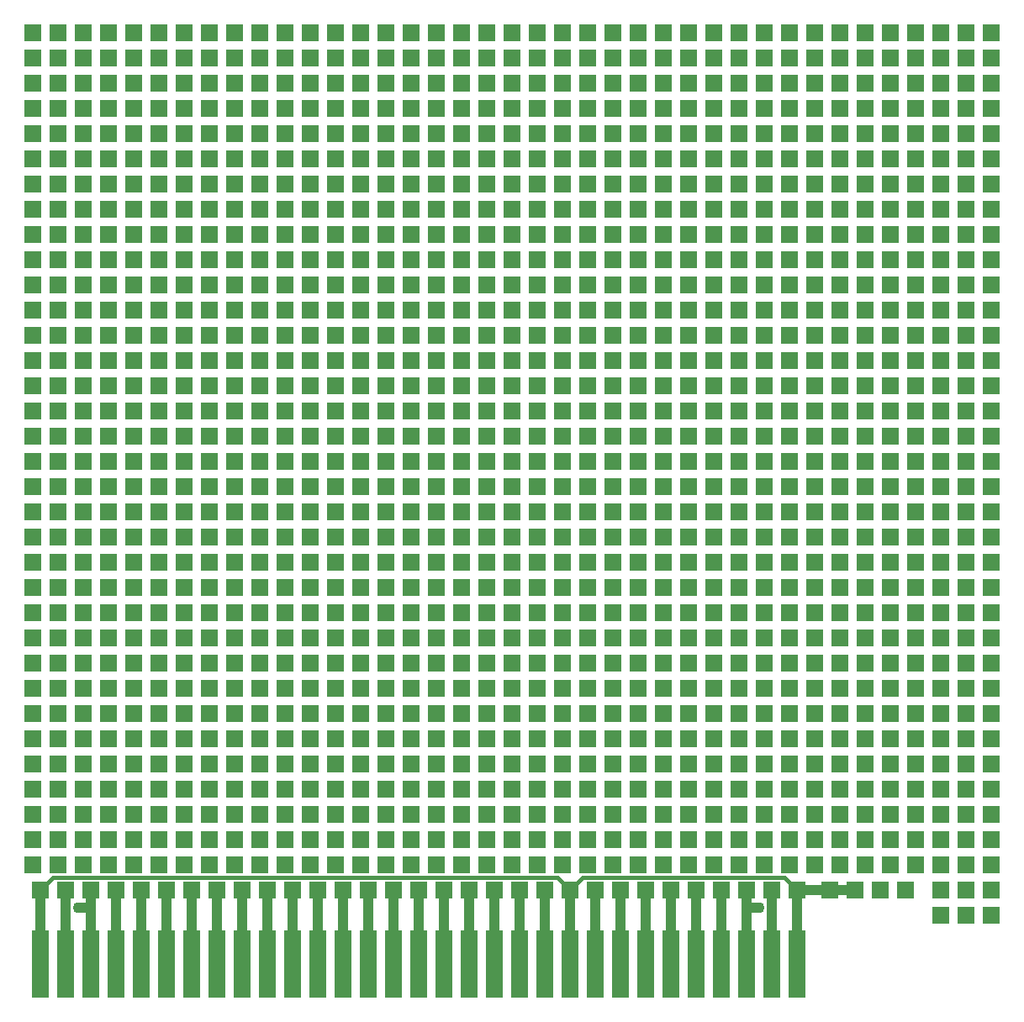
<source format=gbr>
%TF.GenerationSoftware,KiCad,Pcbnew,9.0.1+1*%
%TF.CreationDate,2025-06-01T22:03:51+02:00*%
%TF.ProjectId,isa_8bit_protoboard,6973615f-3862-4697-945f-70726f746f62,rev?*%
%TF.SameCoordinates,Original*%
%TF.FileFunction,Copper,L2,Bot*%
%TF.FilePolarity,Positive*%
%FSLAX46Y46*%
G04 Gerber Fmt 4.6, Leading zero omitted, Abs format (unit mm)*
G04 Created by KiCad (PCBNEW 9.0.1+1) date 2025-06-01 22:03:51*
%MOMM*%
%LPD*%
G01*
G04 APERTURE LIST*
%TA.AperFunction,ConnectorPad*%
%ADD10R,1.780000X6.784748*%
%TD*%
%TA.AperFunction,ConnectorPad*%
%ADD11R,1.780000X6.784746*%
%TD*%
%TA.AperFunction,ConnectorPad*%
%ADD12R,1.780000X6.784747*%
%TD*%
%TA.AperFunction,ComponentPad*%
%ADD13R,1.700000X1.700000*%
%TD*%
%TA.AperFunction,SMDPad,CuDef*%
%ADD14R,1.700000X1.700000*%
%TD*%
%TA.AperFunction,ViaPad*%
%ADD15C,1.100000*%
%TD*%
%TA.AperFunction,Conductor*%
%ADD16C,0.400000*%
%TD*%
%TA.AperFunction,Conductor*%
%ADD17C,1.000000*%
%TD*%
G04 APERTURE END LIST*
D10*
%TO.P,J3,1,GND*%
%TO.N,GND*%
X175260000Y-138012377D03*
%TO.P,J3,2,RESET*%
%TO.N,RESET*%
X172720000Y-138012377D03*
%TO.P,J3,3,VCC*%
%TO.N,VCC*%
X170180000Y-138012377D03*
%TO.P,J3,4,IRQ2*%
%TO.N,IRQ2*%
X167640000Y-138012377D03*
%TO.P,J3,5,-5V*%
%TO.N,-5V*%
X165100000Y-138012377D03*
%TO.P,J3,6,DRQ2*%
%TO.N,DRQ2*%
X162560000Y-138012377D03*
%TO.P,J3,7,-12V*%
%TO.N,-12V*%
X160020000Y-138012377D03*
%TO.P,J3,8,UNUSED*%
%TO.N,unconnected-(J3-UNUSED-Pad8)*%
X157480000Y-138012377D03*
%TO.P,J3,9,+12V*%
%TO.N,+12V*%
X154940000Y-138012377D03*
%TO.P,J3,10,GND*%
%TO.N,GND*%
X152400000Y-138012377D03*
%TO.P,J3,11,~{SMEMW}*%
%TO.N,~{MEMW}*%
X149860000Y-138012377D03*
%TO.P,J3,12,~{SMEMR}*%
%TO.N,~{MEMR}*%
X147320000Y-138012377D03*
%TO.P,J3,13,~{IOW}*%
%TO.N,~{IOW}*%
X144780000Y-138012377D03*
%TO.P,J3,14,~{IOR}*%
%TO.N,~{IOR}*%
X142240000Y-138012377D03*
%TO.P,J3,15,~{DACK3}*%
%TO.N,~{DACK3}*%
X139700000Y-138012377D03*
%TO.P,J3,16,DRQ3*%
%TO.N,DRQ3*%
X137160000Y-138012377D03*
%TO.P,J3,17,~{DACK1}*%
%TO.N,~{DACK1}*%
X134620000Y-138012377D03*
%TO.P,J3,18,DRQ1*%
%TO.N,DRQ1*%
X132080000Y-138012377D03*
%TO.P,J3,19,~{DACK0}*%
%TO.N,~{DACK0}*%
X129540000Y-138012377D03*
%TO.P,J3,20,CLK*%
%TO.N,CLK*%
X127000000Y-138012377D03*
%TO.P,J3,21,IRQ7*%
%TO.N,IRQ7*%
X124460000Y-138012377D03*
%TO.P,J3,22,IRQ6*%
%TO.N,IRQ6*%
X121920000Y-138012377D03*
%TO.P,J3,23,IRQ5*%
%TO.N,IRQ5*%
X119380000Y-138012377D03*
%TO.P,J3,24,IRQ4*%
%TO.N,IRQ4*%
X116840000Y-138012377D03*
%TO.P,J3,25,IRQ3*%
%TO.N,IRQ3*%
X114300000Y-138012377D03*
%TO.P,J3,26,~{DACK2}*%
%TO.N,~{DACK2}*%
X111760000Y-138012377D03*
%TO.P,J3,27,TC*%
%TO.N,TC*%
X109220000Y-138012377D03*
%TO.P,J3,28,ALE*%
%TO.N,ALE*%
X106680000Y-138012377D03*
D11*
%TO.P,J3,29,VCC*%
%TO.N,VCC*%
X104140000Y-138012378D03*
D10*
%TO.P,J3,30,OSC*%
%TO.N,OSC*%
X101600000Y-138012377D03*
D12*
%TO.P,J3,31,GND*%
%TO.N,GND*%
X99060000Y-138012377D03*
%TD*%
D13*
%TO.P,REF\u002A\u002A694,1*%
%TO.N,N/C*%
X121158000Y-89916000D03*
%TD*%
%TO.P,REF\u002A\u002A33,1*%
%TO.N,N/C*%
X179578000Y-44196000D03*
%TD*%
%TO.P,REF\u002A\u002A1140,1*%
%TO.N,N/C*%
X194818000Y-117856000D03*
%TD*%
%TO.P,REF\u002A\u002A89,1*%
%TO.N,N/C*%
X128778000Y-49276000D03*
%TD*%
%TO.P,REF\u002A\u002A281,1*%
%TO.N,N/C*%
X133858000Y-61976000D03*
%TD*%
%TO.P,REF\u002A\u002A735,1*%
%TO.N,N/C*%
X128778000Y-92456000D03*
%TD*%
%TO.P,REF\u002A\u002A1145,1*%
%TO.N,N/C*%
X108458000Y-120396000D03*
%TD*%
%TO.P,REF\u002A\u002A250,1*%
%TO.N,N/C*%
X151638000Y-59436000D03*
%TD*%
%TO.P,REF\u002A\u002A421,1*%
%TO.N,N/C*%
X103378000Y-72136000D03*
%TD*%
%TO.P,REF\u002A\u002A780,1*%
%TO.N,N/C*%
X146558000Y-94996000D03*
%TD*%
%TO.P,REF\u002A\u002A546,1*%
%TO.N,N/C*%
X131318000Y-79756000D03*
%TD*%
%TO.P,REF\u002A\u002A1019,1*%
%TO.N,N/C*%
X174498000Y-110236000D03*
%TD*%
%TO.P,REF\u002A\u002A375,1*%
%TO.N,N/C*%
X179578000Y-67056000D03*
%TD*%
%TO.P,REF\u002A\u002A927,1*%
%TO.N,N/C*%
X133858000Y-105156000D03*
%TD*%
%TO.P,REF\u002A\u002A205,1*%
%TO.N,N/C*%
X133858000Y-56896000D03*
%TD*%
%TO.P,REF\u002A\u002A484,1*%
%TO.N,N/C*%
X166878000Y-74676000D03*
%TD*%
%TO.P,REF\u002A\u002A1178,1*%
%TO.N,N/C*%
X192278000Y-120396000D03*
%TD*%
%TO.P,REF\u002A\u002A792,1*%
%TO.N,N/C*%
X177038000Y-94996000D03*
%TD*%
%TO.P,REF\u002A\u002A850,1*%
%TO.N,N/C*%
X131318000Y-100076000D03*
%TD*%
%TO.P,REF\u002A\u002A137,1*%
%TO.N,N/C*%
X154178000Y-51816000D03*
%TD*%
%TO.P,REF\u002A\u002A81,1*%
%TO.N,N/C*%
X108458000Y-49276000D03*
%TD*%
%TO.P,REF\u002A\u002A361,1*%
%TO.N,N/C*%
X144018000Y-67056000D03*
%TD*%
%TO.P,REF\u002A\u002A302,1*%
%TO.N,N/C*%
X187198000Y-61976000D03*
%TD*%
%TO.P,REF\u002A\u002A879,1*%
%TO.N,N/C*%
X108458000Y-102616000D03*
%TD*%
%TO.P,REF\u002A\u002A402,1*%
%TO.N,N/C*%
X151638000Y-69596000D03*
%TD*%
%TO.P,REF\u002A\u002A877,1*%
%TO.N,N/C*%
X103378000Y-102616000D03*
%TD*%
%TO.P,REF\u002A\u002A478,1*%
%TO.N,N/C*%
X151638000Y-74676000D03*
%TD*%
%TO.P,REF\u002A\u002A996,1*%
%TO.N,N/C*%
X116078000Y-110236000D03*
%TD*%
%TO.P,REF\u002A\u002A292,1*%
%TO.N,N/C*%
X161798000Y-61976000D03*
%TD*%
%TO.P,REF\u002A\u002A172,1*%
%TO.N,N/C*%
X146558000Y-54356000D03*
%TD*%
%TO.P,REF\u002A\u002A801,1*%
%TO.N,N/C*%
X103378000Y-97536000D03*
%TD*%
%TO.P,REF\u002A\u002A342,1*%
%TO.N,N/C*%
X192278000Y-64516000D03*
%TD*%
%TO.P,REF\u002A\u002A1071,1*%
%TO.N,N/C*%
X113538000Y-115316000D03*
%TD*%
%TO.P,REF\u002A\u002A684,1*%
%TO.N,N/C*%
X192278000Y-87376000D03*
%TD*%
%TO.P,REF\u002A\u002A1245,1*%
%TO.N,N/C*%
X169418000Y-125476000D03*
%TD*%
%TO.P,REF\u002A\u002A1052,1*%
%TO.N,N/C*%
X161798000Y-112776000D03*
%TD*%
%TO.P,REF\u002A\u002A994,1*%
%TO.N,N/C*%
X110998000Y-110236000D03*
%TD*%
%TO.P,REF\u002A\u002A606,1*%
%TO.N,N/C*%
X187198000Y-82296000D03*
%TD*%
%TO.P,REF\u002A\u002A949,1*%
%TO.N,N/C*%
X189738000Y-105156000D03*
%TD*%
%TO.P,REF\u002A\u002A703,1*%
%TO.N,N/C*%
X144018000Y-89916000D03*
%TD*%
%TO.P,REF\u002A\u002A238,1*%
%TO.N,N/C*%
X121158000Y-59436000D03*
%TD*%
%TO.P,REF\u002A\u002A216,1*%
%TO.N,N/C*%
X161798000Y-56896000D03*
%TD*%
%TO.P,REF\u002A\u002A1085,1*%
%TO.N,N/C*%
X149098000Y-115316000D03*
%TD*%
%TO.P,REF\u002A\u002A550,1*%
%TO.N,N/C*%
X141478000Y-79756000D03*
%TD*%
%TO.P,REF\u002A\u002A330,1*%
%TO.N,N/C*%
X161798000Y-64516000D03*
%TD*%
%TO.P,REF\u002A\u002A1213,1*%
%TO.N,N/C*%
X184658000Y-122936000D03*
%TD*%
%TO.P,REF\u002A\u002A589,1*%
%TO.N,N/C*%
X144018000Y-82296000D03*
%TD*%
%TO.P,REF\u002A\u002A162,1*%
%TO.N,N/C*%
X121158000Y-54356000D03*
%TD*%
%TO.P,REF\u002A\u002A1064,1*%
%TO.N,N/C*%
X194818000Y-112776000D03*
%TD*%
%TO.P,REF\u002A\u002A1061,1*%
%TO.N,N/C*%
X184658000Y-112776000D03*
%TD*%
%TO.P,REF\u002A\u002A1125,1*%
%TO.N,N/C*%
X154178000Y-117856000D03*
%TD*%
%TO.P,REF\u002A\u002A901,1*%
%TO.N,N/C*%
X164338000Y-102616000D03*
%TD*%
%TO.P,REF\u002A\u002A659,1*%
%TO.N,N/C*%
X128778000Y-87376000D03*
%TD*%
%TO.P,REF\u002A\u002A495,1*%
%TO.N,N/C*%
X98298000Y-77216000D03*
%TD*%
%TO.P,REF\u002A\u002A609,1*%
%TO.N,N/C*%
X98298000Y-84836000D03*
%TD*%
%TO.P,REF\u002A\u002A270,1*%
%TO.N,N/C*%
X105918000Y-61976000D03*
%TD*%
%TO.P,REF\u002A\u002A420,1*%
%TO.N,N/C*%
X100838000Y-72136000D03*
%TD*%
%TO.P,REF\u002A\u002A,1*%
%TO.N,N/C*%
X192278000Y-133096000D03*
%TD*%
%TO.P,REF\u002A\u002A1072,1*%
%TO.N,N/C*%
X116078000Y-115316000D03*
%TD*%
%TO.P,REF\u002A\u002A646,1*%
%TO.N,N/C*%
X192278000Y-84836000D03*
%TD*%
%TO.P,REF\u002A\u002A293,1*%
%TO.N,N/C*%
X164338000Y-61976000D03*
%TD*%
%TO.P,REF\u002A\u002A1088,1*%
%TO.N,N/C*%
X156718000Y-115316000D03*
%TD*%
%TO.P,REF\u002A\u002A684,1*%
%TO.N,N/C*%
X194818000Y-87376000D03*
%TD*%
%TO.P,REF\u002A\u002A874,1*%
%TO.N,N/C*%
X192278000Y-100076000D03*
%TD*%
%TO.P,REF\u002A\u002A357,1*%
%TO.N,N/C*%
X133858000Y-67056000D03*
%TD*%
%TO.P,REF\u002A\u002A313,1*%
%TO.N,N/C*%
X118618000Y-64516000D03*
%TD*%
%TO.P,REF\u002A\u002A870,1*%
%TO.N,N/C*%
X182118000Y-100076000D03*
%TD*%
%TO.P,REF\u002A\u002A797,1*%
%TO.N,N/C*%
X189738000Y-94996000D03*
%TD*%
%TO.P,REF\u002A\u002A78,1*%
%TO.N,N/C*%
X100838000Y-49276000D03*
%TD*%
%TO.P,REF\u002A\u002A744,1*%
%TO.N,N/C*%
X151638000Y-92456000D03*
%TD*%
%TO.P,REF\u002A\u002A,1*%
%TO.N,N/C*%
X192278000Y-128016000D03*
%TD*%
%TO.P,REF\u002A\u002A491,1*%
%TO.N,N/C*%
X184658000Y-74676000D03*
%TD*%
%TO.P,REF\u002A\u002A750,1*%
%TO.N,N/C*%
X166878000Y-92456000D03*
%TD*%
%TO.P,REF\u002A\u002A531,1*%
%TO.N,N/C*%
X189738000Y-77216000D03*
%TD*%
%TO.P,REF\u002A\u002A1089,1*%
%TO.N,N/C*%
X159258000Y-115316000D03*
%TD*%
%TO.P,REF\u002A\u002A1119,1*%
%TO.N,N/C*%
X138938000Y-117856000D03*
%TD*%
%TO.P,REF\u002A\u002A564,1*%
%TO.N,N/C*%
X177038000Y-79756000D03*
%TD*%
%TO.P,REF\u002A\u002A608,1*%
%TO.N,N/C*%
X194818000Y-82296000D03*
%TD*%
%TO.P,REF\u002A\u002A872,1*%
%TO.N,N/C*%
X187198000Y-100076000D03*
%TD*%
%TO.P,REF\u002A\u002A670,1*%
%TO.N,N/C*%
X156718000Y-87376000D03*
%TD*%
%TO.P,REF\u002A\u002A1252,1*%
%TO.N,N/C*%
X187198000Y-125476000D03*
%TD*%
%TO.P,REF\u002A\u002A446,1*%
%TO.N,N/C*%
X166878000Y-72136000D03*
%TD*%
%TO.P,REF\u002A\u002A653,1*%
%TO.N,N/C*%
X113538000Y-87376000D03*
%TD*%
%TO.P,REF\u002A\u002A988,1*%
%TO.N,N/C*%
X192278000Y-107696000D03*
%TD*%
%TO.P,REF\u002A\u002A1168,1*%
%TO.N,N/C*%
X166878000Y-120396000D03*
%TD*%
%TO.P,REF\u002A\u002A616,1*%
%TO.N,N/C*%
X116078000Y-84836000D03*
%TD*%
%TO.P,REF\u002A\u002A912,1*%
%TO.N,N/C*%
X194818000Y-102616000D03*
%TD*%
%TO.P,REF\u002A\u002A867,1*%
%TO.N,N/C*%
X174498000Y-100076000D03*
%TD*%
%TO.P,REF\u002A\u002A1,1*%
%TO.N,N/C*%
X98298000Y-44196000D03*
%TD*%
%TO.P,REF\u002A\u002A262,1*%
%TO.N,N/C*%
X182118000Y-59436000D03*
%TD*%
%TO.P,REF\u002A\u002A1146,1*%
%TO.N,N/C*%
X110998000Y-120396000D03*
%TD*%
%TO.P,REF\u002A\u002A982,1*%
%TO.N,N/C*%
X177038000Y-107696000D03*
%TD*%
%TO.P,REF\u002A\u002A749,1*%
%TO.N,N/C*%
X164338000Y-92456000D03*
%TD*%
%TO.P,REF\u002A\u002A268,1*%
%TO.N,N/C*%
X100838000Y-61976000D03*
%TD*%
%TO.P,REF\u002A\u002A372,1*%
%TO.N,N/C*%
X171958000Y-67056000D03*
%TD*%
%TO.P,REF\u002A\u002A481,1*%
%TO.N,N/C*%
X159258000Y-74676000D03*
%TD*%
%TO.P,REF\u002A\u002A1102,1*%
%TO.N,N/C*%
X192278000Y-115316000D03*
%TD*%
%TO.P,REF\u002A\u002A1254,1*%
%TO.N,N/C*%
X194818000Y-125476000D03*
%TD*%
%TO.P,REF\u002A\u002A908,1*%
%TO.N,N/C*%
X182118000Y-102616000D03*
%TD*%
%TO.P,REF\u002A\u002A856,1*%
%TO.N,N/C*%
X146558000Y-100076000D03*
%TD*%
%TO.P,REF\u002A\u002A651,1*%
%TO.N,N/C*%
X108458000Y-87376000D03*
%TD*%
%TO.P,REF\u002A\u002A1060,1*%
%TO.N,N/C*%
X182118000Y-112776000D03*
%TD*%
%TO.P,REF\u002A\u002A933,1*%
%TO.N,N/C*%
X149098000Y-105156000D03*
%TD*%
%TO.P,REF\u002A\u002A658,1*%
%TO.N,N/C*%
X126238000Y-87376000D03*
%TD*%
%TO.P,REF\u002A\u002A41,1*%
%TO.N,N/C*%
X103378000Y-46736000D03*
%TD*%
%TO.P,REF\u002A\u002A545,1*%
%TO.N,N/C*%
X128778000Y-79756000D03*
%TD*%
%TO.P,REF\u002A\u002A324,1*%
%TO.N,N/C*%
X146558000Y-64516000D03*
%TD*%
%TO.P,REF\u002A\u002A944,1*%
%TO.N,N/C*%
X177038000Y-105156000D03*
%TD*%
%TO.P,REF\u002A\u002A111,1*%
%TO.N,N/C*%
X184658000Y-49276000D03*
%TD*%
%TO.P,REF\u002A\u002A627,1*%
%TO.N,N/C*%
X144018000Y-84836000D03*
%TD*%
%TO.P,REF\u002A\u002A97,1*%
%TO.N,N/C*%
X149098000Y-49276000D03*
%TD*%
%TO.P,REF\u002A\u002A1016,1*%
%TO.N,N/C*%
X166878000Y-110236000D03*
%TD*%
%TO.P,REF\u002A\u002A590,1*%
%TO.N,N/C*%
X146558000Y-82296000D03*
%TD*%
%TO.P,REF\u002A\u002A674,1*%
%TO.N,N/C*%
X166878000Y-87376000D03*
%TD*%
%TO.P,REF\u002A\u002A513,1*%
%TO.N,N/C*%
X144018000Y-77216000D03*
%TD*%
%TO.P,REF\u002A\u002A69,1*%
%TO.N,N/C*%
X174498000Y-46736000D03*
%TD*%
%TO.P,REF\u002A\u002A871,1*%
%TO.N,N/C*%
X184658000Y-100076000D03*
%TD*%
%TO.P,REF\u002A\u002A784,1*%
%TO.N,N/C*%
X156718000Y-94996000D03*
%TD*%
%TO.P,REF\u002A\u002A793,1*%
%TO.N,N/C*%
X179578000Y-94996000D03*
%TD*%
%TO.P,REF\u002A\u002A479,1*%
%TO.N,N/C*%
X154178000Y-74676000D03*
%TD*%
%TO.P,REF\u002A\u002A576,1*%
%TO.N,N/C*%
X110998000Y-82296000D03*
%TD*%
%TO.P,REF\u002A\u002A322,1*%
%TO.N,N/C*%
X141478000Y-64516000D03*
%TD*%
%TO.P,REF\u002A\u002A604,1*%
%TO.N,N/C*%
X182118000Y-82296000D03*
%TD*%
%TO.P,REF\u002A\u002A1100,1*%
%TO.N,N/C*%
X187198000Y-115316000D03*
%TD*%
%TO.P,REF\u002A\u002A1067,1*%
%TO.N,N/C*%
X103378000Y-115316000D03*
%TD*%
%TO.P,REF\u002A\u002A1164,1*%
%TO.N,N/C*%
X156718000Y-120396000D03*
%TD*%
%TO.P,REF\u002A\u002A1254,1*%
%TO.N,N/C*%
X194818000Y-130556000D03*
%TD*%
%TO.P,REF\u002A\u002A836,1*%
%TO.N,N/C*%
X194818000Y-97536000D03*
%TD*%
%TO.P,REF\u002A\u002A207,1*%
%TO.N,N/C*%
X138938000Y-56896000D03*
%TD*%
D14*
%TO.P,REF\u002A\u002A1346,1*%
%TO.N,N/C*%
X160020000Y-130556000D03*
%TD*%
D13*
%TO.P,REF\u002A\u002A90,1*%
%TO.N,N/C*%
X131318000Y-49276000D03*
%TD*%
%TO.P,REF\u002A\u002A1235,1*%
%TO.N,N/C*%
X144018000Y-125476000D03*
%TD*%
%TO.P,REF\u002A\u002A771,1*%
%TO.N,N/C*%
X123698000Y-94996000D03*
%TD*%
%TO.P,REF\u002A\u002A15,1*%
%TO.N,N/C*%
X133858000Y-44196000D03*
%TD*%
%TO.P,REF\u002A\u002A1223,1*%
%TO.N,N/C*%
X113538000Y-125476000D03*
%TD*%
%TO.P,REF\u002A\u002A553,1*%
%TO.N,N/C*%
X149098000Y-79756000D03*
%TD*%
%TO.P,REF\u002A\u002A941,1*%
%TO.N,N/C*%
X169418000Y-105156000D03*
%TD*%
%TO.P,REF\u002A\u002A640,1*%
%TO.N,N/C*%
X177038000Y-84836000D03*
%TD*%
%TO.P,REF\u002A\u002A992,1*%
%TO.N,N/C*%
X105918000Y-110236000D03*
%TD*%
%TO.P,REF\u002A\u002A1210,1*%
%TO.N,N/C*%
X177038000Y-122936000D03*
%TD*%
%TO.P,REF\u002A\u002A747,1*%
%TO.N,N/C*%
X159258000Y-92456000D03*
%TD*%
%TO.P,REF\u002A\u002A507,1*%
%TO.N,N/C*%
X128778000Y-77216000D03*
%TD*%
%TO.P,REF\u002A\u002A1180,1*%
%TO.N,N/C*%
X100838000Y-122936000D03*
%TD*%
%TO.P,REF\u002A\u002A777,1*%
%TO.N,N/C*%
X138938000Y-94996000D03*
%TD*%
%TO.P,REF\u002A\u002A940,1*%
%TO.N,N/C*%
X166878000Y-105156000D03*
%TD*%
%TO.P,REF\u002A\u002A307,1*%
%TO.N,N/C*%
X103378000Y-64516000D03*
%TD*%
%TO.P,REF\u002A\u002A1272,1*%
%TO.N,N/C*%
X141478000Y-128016000D03*
%TD*%
%TO.P,REF\u002A\u002A636,1*%
%TO.N,N/C*%
X166878000Y-84836000D03*
%TD*%
%TO.P,REF\u002A\u002A14,1*%
%TO.N,N/C*%
X131318000Y-44196000D03*
%TD*%
%TO.P,REF\u002A\u002A741,1*%
%TO.N,N/C*%
X144018000Y-92456000D03*
%TD*%
%TO.P,REF\u002A\u002A1202,1*%
%TO.N,N/C*%
X156718000Y-122936000D03*
%TD*%
%TO.P,REF\u002A\u002A349,1*%
%TO.N,N/C*%
X113538000Y-67056000D03*
%TD*%
%TO.P,REF\u002A\u002A282,1*%
%TO.N,N/C*%
X136398000Y-61976000D03*
%TD*%
%TO.P,REF\u002A\u002A837,1*%
%TO.N,N/C*%
X98298000Y-100076000D03*
%TD*%
%TO.P,REF\u002A\u002A176,1*%
%TO.N,N/C*%
X156718000Y-54356000D03*
%TD*%
%TO.P,REF\u002A\u002A122,1*%
%TO.N,N/C*%
X116078000Y-51816000D03*
%TD*%
%TO.P,REF\u002A\u002A883,1*%
%TO.N,N/C*%
X118618000Y-102616000D03*
%TD*%
%TO.P,REF\u002A\u002A26,1*%
%TO.N,N/C*%
X161798000Y-44196000D03*
%TD*%
D14*
%TO.P,REF\u002A\u002A1330,1*%
%TO.N,N/C*%
X119380000Y-130556000D03*
%TD*%
D13*
%TO.P,REF\u002A\u002A1282,1*%
%TO.N,N/C*%
X166878000Y-128016000D03*
%TD*%
%TO.P,REF\u002A\u002A608,1*%
%TO.N,N/C*%
X192278000Y-82296000D03*
%TD*%
%TO.P,REF\u002A\u002A1093,1*%
%TO.N,N/C*%
X169418000Y-115316000D03*
%TD*%
%TO.P,REF\u002A\u002A973,1*%
%TO.N,N/C*%
X154178000Y-107696000D03*
%TD*%
%TO.P,REF\u002A\u002A376,1*%
%TO.N,N/C*%
X182118000Y-67056000D03*
%TD*%
%TO.P,REF\u002A\u002A194,1*%
%TO.N,N/C*%
X105918000Y-56896000D03*
%TD*%
%TO.P,REF\u002A\u002A1056,1*%
%TO.N,N/C*%
X171958000Y-112776000D03*
%TD*%
%TO.P,REF\u002A\u002A117,1*%
%TO.N,N/C*%
X103378000Y-51816000D03*
%TD*%
%TO.P,REF\u002A\u002A594,1*%
%TO.N,N/C*%
X156718000Y-82296000D03*
%TD*%
%TO.P,REF\u002A\u002A678,1*%
%TO.N,N/C*%
X177038000Y-87376000D03*
%TD*%
%TO.P,REF\u002A\u002A1283,1*%
%TO.N,N/C*%
X169418000Y-128016000D03*
%TD*%
%TO.P,REF\u002A\u002A708,1*%
%TO.N,N/C*%
X156718000Y-89916000D03*
%TD*%
%TO.P,REF\u002A\u002A393,1*%
%TO.N,N/C*%
X128778000Y-69596000D03*
%TD*%
%TO.P,REF\u002A\u002A974,1*%
%TO.N,N/C*%
X156718000Y-107696000D03*
%TD*%
%TO.P,REF\u002A\u002A159,1*%
%TO.N,N/C*%
X113538000Y-54356000D03*
%TD*%
%TO.P,REF\u002A\u002A534,1*%
%TO.N,N/C*%
X100838000Y-79756000D03*
%TD*%
%TO.P,REF\u002A\u002A285,1*%
%TO.N,N/C*%
X144018000Y-61976000D03*
%TD*%
%TO.P,REF\u002A\u002A899,1*%
%TO.N,N/C*%
X159258000Y-102616000D03*
%TD*%
%TO.P,REF\u002A\u002A648,1*%
%TO.N,N/C*%
X100838000Y-87376000D03*
%TD*%
%TO.P,REF\u002A\u002A319,1*%
%TO.N,N/C*%
X133858000Y-64516000D03*
%TD*%
%TO.P,REF\u002A\u002A698,1*%
%TO.N,N/C*%
X131318000Y-89916000D03*
%TD*%
%TO.P,REF\u002A\u002A726,1*%
%TO.N,N/C*%
X105918000Y-92456000D03*
%TD*%
%TO.P,REF\u002A\u002A1167,1*%
%TO.N,N/C*%
X164338000Y-120396000D03*
%TD*%
%TO.P,REF\u002A\u002A558,1*%
%TO.N,N/C*%
X161798000Y-79756000D03*
%TD*%
%TO.P,REF\u002A\u002A406,1*%
%TO.N,N/C*%
X161798000Y-69596000D03*
%TD*%
%TO.P,REF\u002A\u002A242,1*%
%TO.N,N/C*%
X131318000Y-59436000D03*
%TD*%
%TO.P,REF\u002A\u002A646,1*%
%TO.N,N/C*%
X194818000Y-84836000D03*
%TD*%
%TO.P,REF\u002A\u002A1184,1*%
%TO.N,N/C*%
X110998000Y-122936000D03*
%TD*%
%TO.P,REF\u002A\u002A934,1*%
%TO.N,N/C*%
X151638000Y-105156000D03*
%TD*%
%TO.P,REF\u002A\u002A860,1*%
%TO.N,N/C*%
X156718000Y-100076000D03*
%TD*%
%TO.P,REF\u002A\u002A363,1*%
%TO.N,N/C*%
X149098000Y-67056000D03*
%TD*%
%TO.P,REF\u002A\u002A366,1*%
%TO.N,N/C*%
X156718000Y-67056000D03*
%TD*%
%TO.P,REF\u002A\u002A913,1*%
%TO.N,N/C*%
X98298000Y-105156000D03*
%TD*%
%TO.P,REF\u002A\u002A668,1*%
%TO.N,N/C*%
X151638000Y-87376000D03*
%TD*%
%TO.P,REF\u002A\u002A906,1*%
%TO.N,N/C*%
X177038000Y-102616000D03*
%TD*%
%TO.P,REF\u002A\u002A1260,1*%
%TO.N,N/C*%
X110998000Y-128016000D03*
%TD*%
%TO.P,REF\u002A\u002A1148,1*%
%TO.N,N/C*%
X116078000Y-120396000D03*
%TD*%
%TO.P,REF\u002A\u002A359,1*%
%TO.N,N/C*%
X138938000Y-67056000D03*
%TD*%
%TO.P,REF\u002A\u002A1126,1*%
%TO.N,N/C*%
X156718000Y-117856000D03*
%TD*%
%TO.P,REF\u002A\u002A82,1*%
%TO.N,N/C*%
X110998000Y-49276000D03*
%TD*%
%TO.P,REF\u002A\u002A34,1*%
%TO.N,N/C*%
X182118000Y-44196000D03*
%TD*%
%TO.P,REF\u002A\u002A939,1*%
%TO.N,N/C*%
X164338000Y-105156000D03*
%TD*%
%TO.P,REF\u002A\u002A720,1*%
%TO.N,N/C*%
X187198000Y-89916000D03*
%TD*%
%TO.P,REF\u002A\u002A577,1*%
%TO.N,N/C*%
X113538000Y-82296000D03*
%TD*%
%TO.P,REF\u002A\u002A1253,1*%
%TO.N,N/C*%
X189738000Y-125476000D03*
%TD*%
D14*
%TO.P,REF\u002A\u002A1350,1*%
%TO.N,N/C*%
X170180000Y-130556000D03*
%TD*%
D13*
%TO.P,REF\u002A\u002A733,1*%
%TO.N,N/C*%
X123698000Y-92456000D03*
%TD*%
%TO.P,REF\u002A\u002A180,1*%
%TO.N,N/C*%
X166878000Y-54356000D03*
%TD*%
%TO.P,REF\u002A\u002A556,1*%
%TO.N,N/C*%
X156718000Y-79756000D03*
%TD*%
%TO.P,REF\u002A\u002A54,1*%
%TO.N,N/C*%
X136398000Y-46736000D03*
%TD*%
%TO.P,REF\u002A\u002A272,1*%
%TO.N,N/C*%
X110998000Y-61976000D03*
%TD*%
%TO.P,REF\u002A\u002A563,1*%
%TO.N,N/C*%
X174498000Y-79756000D03*
%TD*%
%TO.P,REF\u002A\u002A683,1*%
%TO.N,N/C*%
X189738000Y-87376000D03*
%TD*%
%TO.P,REF\u002A\u002A838,1*%
%TO.N,N/C*%
X100838000Y-100076000D03*
%TD*%
%TO.P,REF\u002A\u002A632,1*%
%TO.N,N/C*%
X156718000Y-84836000D03*
%TD*%
%TO.P,REF\u002A\u002A1288,1*%
%TO.N,N/C*%
X182118000Y-128016000D03*
%TD*%
%TO.P,REF\u002A\u002A1233,1*%
%TO.N,N/C*%
X138938000Y-125476000D03*
%TD*%
%TO.P,REF\u002A\u002A1250,1*%
%TO.N,N/C*%
X182118000Y-125476000D03*
%TD*%
D14*
%TO.P,REF\u002A\u002A1341,1*%
%TO.N,N/C*%
X147320000Y-130556000D03*
%TD*%
D13*
%TO.P,REF\u002A\u002A1290,1*%
%TO.N,N/C*%
X187198000Y-128016000D03*
%TD*%
%TO.P,REF\u002A\u002A391,1*%
%TO.N,N/C*%
X123698000Y-69596000D03*
%TD*%
%TO.P,REF\u002A\u002A861,1*%
%TO.N,N/C*%
X159258000Y-100076000D03*
%TD*%
%TO.P,REF\u002A\u002A220,1*%
%TO.N,N/C*%
X171958000Y-56896000D03*
%TD*%
%TO.P,REF\u002A\u002A157,1*%
%TO.N,N/C*%
X108458000Y-54356000D03*
%TD*%
%TO.P,REF\u002A\u002A36,1*%
%TO.N,N/C*%
X187198000Y-44196000D03*
%TD*%
%TO.P,REF\u002A\u002A1090,1*%
%TO.N,N/C*%
X161798000Y-115316000D03*
%TD*%
%TO.P,REF\u002A\u002A986,1*%
%TO.N,N/C*%
X187198000Y-107696000D03*
%TD*%
%TO.P,REF\u002A\u002A578,1*%
%TO.N,N/C*%
X116078000Y-82296000D03*
%TD*%
%TO.P,REF\u002A\u002A654,1*%
%TO.N,N/C*%
X116078000Y-87376000D03*
%TD*%
%TO.P,REF\u002A\u002A975,1*%
%TO.N,N/C*%
X159258000Y-107696000D03*
%TD*%
%TO.P,REF\u002A\u002A1002,1*%
%TO.N,N/C*%
X131318000Y-110236000D03*
%TD*%
%TO.P,REF\u002A\u002A1001,1*%
%TO.N,N/C*%
X128778000Y-110236000D03*
%TD*%
%TO.P,REF\u002A\u002A1108,1*%
%TO.N,N/C*%
X110998000Y-117856000D03*
%TD*%
%TO.P,REF\u002A\u002A417,1*%
%TO.N,N/C*%
X189738000Y-69596000D03*
%TD*%
%TO.P,REF\u002A\u002A1132,1*%
%TO.N,N/C*%
X171958000Y-117856000D03*
%TD*%
%TO.P,REF\u002A\u002A229,1*%
%TO.N,N/C*%
X98298000Y-59436000D03*
%TD*%
%TO.P,REF\u002A\u002A445,1*%
%TO.N,N/C*%
X164338000Y-72136000D03*
%TD*%
%TO.P,REF\u002A\u002A1047,1*%
%TO.N,N/C*%
X149098000Y-112776000D03*
%TD*%
%TO.P,REF\u002A\u002A820,1*%
%TO.N,N/C*%
X151638000Y-97536000D03*
%TD*%
%TO.P,REF\u002A\u002A1099,1*%
%TO.N,N/C*%
X184658000Y-115316000D03*
%TD*%
%TO.P,REF\u002A\u002A960,1*%
%TO.N,N/C*%
X121158000Y-107696000D03*
%TD*%
%TO.P,REF\u002A\u002A1026,1*%
%TO.N,N/C*%
X192278000Y-110236000D03*
%TD*%
%TO.P,REF\u002A\u002A1246,1*%
%TO.N,N/C*%
X171958000Y-125476000D03*
%TD*%
%TO.P,REF\u002A\u002A734,1*%
%TO.N,N/C*%
X126238000Y-92456000D03*
%TD*%
%TO.P,REF\u002A\u002A1221,1*%
%TO.N,N/C*%
X108458000Y-125476000D03*
%TD*%
%TO.P,REF\u002A\u002A989,1*%
%TO.N,N/C*%
X98298000Y-110236000D03*
%TD*%
%TO.P,REF\u002A\u002A1227,1*%
%TO.N,N/C*%
X123698000Y-125476000D03*
%TD*%
%TO.P,REF\u002A\u002A1176,1*%
%TO.N,N/C*%
X187198000Y-120396000D03*
%TD*%
%TO.P,REF\u002A\u002A829,1*%
%TO.N,N/C*%
X174498000Y-97536000D03*
%TD*%
%TO.P,REF\u002A\u002A18,1*%
%TO.N,N/C*%
X141478000Y-44196000D03*
%TD*%
%TO.P,REF\u002A\u002A854,1*%
%TO.N,N/C*%
X141478000Y-100076000D03*
%TD*%
%TO.P,REF\u002A\u002A67,1*%
%TO.N,N/C*%
X169418000Y-46736000D03*
%TD*%
%TO.P,REF\u002A\u002A1057,1*%
%TO.N,N/C*%
X174498000Y-112776000D03*
%TD*%
%TO.P,REF\u002A\u002A530,1*%
%TO.N,N/C*%
X187198000Y-77216000D03*
%TD*%
%TO.P,REF\u002A\u002A490,1*%
%TO.N,N/C*%
X182118000Y-74676000D03*
%TD*%
%TO.P,REF\u002A\u002A891,1*%
%TO.N,N/C*%
X138938000Y-102616000D03*
%TD*%
%TO.P,REF\u002A\u002A210,1*%
%TO.N,N/C*%
X146558000Y-56896000D03*
%TD*%
%TO.P,REF\u002A\u002A884,1*%
%TO.N,N/C*%
X121158000Y-102616000D03*
%TD*%
%TO.P,REF\u002A\u002A1137,1*%
%TO.N,N/C*%
X184658000Y-117856000D03*
%TD*%
%TO.P,REF\u002A\u002A115,1*%
%TO.N,N/C*%
X98298000Y-51816000D03*
%TD*%
D14*
%TO.P,REF\u002A\u002A1327,1*%
%TO.N,N/C*%
X111760000Y-130556000D03*
%TD*%
D13*
%TO.P,REF\u002A\u002A796,1*%
%TO.N,N/C*%
X187198000Y-94996000D03*
%TD*%
%TO.P,REF\u002A\u002A1101,1*%
%TO.N,N/C*%
X189738000Y-115316000D03*
%TD*%
%TO.P,REF\u002A\u002A1247,1*%
%TO.N,N/C*%
X174498000Y-125476000D03*
%TD*%
%TO.P,REF\u002A\u002A440,1*%
%TO.N,N/C*%
X151638000Y-72136000D03*
%TD*%
%TO.P,REF\u002A\u002A50,1*%
%TO.N,N/C*%
X126238000Y-46736000D03*
%TD*%
%TO.P,REF\u002A\u002A22,1*%
%TO.N,N/C*%
X151638000Y-44196000D03*
%TD*%
%TO.P,REF\u002A\u002A346,1*%
%TO.N,N/C*%
X105918000Y-67056000D03*
%TD*%
%TO.P,REF\u002A\u002A995,1*%
%TO.N,N/C*%
X113538000Y-110236000D03*
%TD*%
%TO.P,REF\u002A\u002A239,1*%
%TO.N,N/C*%
X123698000Y-59436000D03*
%TD*%
%TO.P,REF\u002A\u002A91,1*%
%TO.N,N/C*%
X133858000Y-49276000D03*
%TD*%
%TO.P,REF\u002A\u002A1034,1*%
%TO.N,N/C*%
X116078000Y-112776000D03*
%TD*%
%TO.P,REF\u002A\u002A1076,1*%
%TO.N,N/C*%
X126238000Y-115316000D03*
%TD*%
%TO.P,REF\u002A\u002A234,1*%
%TO.N,N/C*%
X110998000Y-59436000D03*
%TD*%
%TO.P,REF\u002A\u002A1266,1*%
%TO.N,N/C*%
X126238000Y-128016000D03*
%TD*%
%TO.P,REF\u002A\u002A702,1*%
%TO.N,N/C*%
X141478000Y-89916000D03*
%TD*%
%TO.P,REF\u002A\u002A163,1*%
%TO.N,N/C*%
X123698000Y-54356000D03*
%TD*%
%TO.P,REF\u002A\u002A693,1*%
%TO.N,N/C*%
X118618000Y-89916000D03*
%TD*%
%TO.P,REF\u002A\u002A344,1*%
%TO.N,N/C*%
X100838000Y-67056000D03*
%TD*%
%TO.P,REF\u002A\u002A433,1*%
%TO.N,N/C*%
X133858000Y-72136000D03*
%TD*%
%TO.P,REF\u002A\u002A559,1*%
%TO.N,N/C*%
X164338000Y-79756000D03*
%TD*%
%TO.P,REF\u002A\u002A918,1*%
%TO.N,N/C*%
X110998000Y-105156000D03*
%TD*%
%TO.P,REF\u002A\u002A1200,1*%
%TO.N,N/C*%
X151638000Y-122936000D03*
%TD*%
%TO.P,REF\u002A\u002A1018,1*%
%TO.N,N/C*%
X171958000Y-110236000D03*
%TD*%
%TO.P,REF\u002A\u002A732,1*%
%TO.N,N/C*%
X121158000Y-92456000D03*
%TD*%
%TO.P,REF\u002A\u002A499,1*%
%TO.N,N/C*%
X108458000Y-77216000D03*
%TD*%
%TO.P,REF\u002A\u002A51,1*%
%TO.N,N/C*%
X128778000Y-46736000D03*
%TD*%
%TO.P,REF\u002A\u002A1149,1*%
%TO.N,N/C*%
X118618000Y-120396000D03*
%TD*%
%TO.P,REF\u002A\u002A774,1*%
%TO.N,N/C*%
X131318000Y-94996000D03*
%TD*%
%TO.P,REF\u002A\u002A304,1*%
%TO.N,N/C*%
X192278000Y-61976000D03*
%TD*%
%TO.P,REF\u002A\u002A1207,1*%
%TO.N,N/C*%
X169418000Y-122936000D03*
%TD*%
%TO.P,REF\u002A\u002A602,1*%
%TO.N,N/C*%
X177038000Y-82296000D03*
%TD*%
%TO.P,REF\u002A\u002A844,1*%
%TO.N,N/C*%
X116078000Y-100076000D03*
%TD*%
%TO.P,REF\u002A\u002A657,1*%
%TO.N,N/C*%
X123698000Y-87376000D03*
%TD*%
%TO.P,REF\u002A\u002A1237,1*%
%TO.N,N/C*%
X149098000Y-125476000D03*
%TD*%
%TO.P,REF\u002A\u002A1214,1*%
%TO.N,N/C*%
X187198000Y-122936000D03*
%TD*%
%TO.P,REF\u002A\u002A297,1*%
%TO.N,N/C*%
X174498000Y-61976000D03*
%TD*%
%TO.P,REF\u002A\u002A570,1*%
%TO.N,N/C*%
X192278000Y-79756000D03*
%TD*%
%TO.P,REF\u002A\u002A135,1*%
%TO.N,N/C*%
X149098000Y-51816000D03*
%TD*%
%TO.P,REF\u002A\u002A141,1*%
%TO.N,N/C*%
X164338000Y-51816000D03*
%TD*%
%TO.P,REF\u002A\u002A700,1*%
%TO.N,N/C*%
X136398000Y-89916000D03*
%TD*%
%TO.P,REF\u002A\u002A785,1*%
%TO.N,N/C*%
X159258000Y-94996000D03*
%TD*%
%TO.P,REF\u002A\u002A753,1*%
%TO.N,N/C*%
X174498000Y-92456000D03*
%TD*%
%TO.P,REF\u002A\u002A114,1*%
%TO.N,N/C*%
X192278000Y-49276000D03*
%TD*%
%TO.P,REF\u002A\u002A447,1*%
%TO.N,N/C*%
X169418000Y-72136000D03*
%TD*%
%TO.P,REF\u002A\u002A817,1*%
%TO.N,N/C*%
X144018000Y-97536000D03*
%TD*%
%TO.P,REF\u002A\u002A183,1*%
%TO.N,N/C*%
X174498000Y-54356000D03*
%TD*%
%TO.P,REF\u002A\u002A1147,1*%
%TO.N,N/C*%
X113538000Y-120396000D03*
%TD*%
%TO.P,REF\u002A\u002A1058,1*%
%TO.N,N/C*%
X177038000Y-112776000D03*
%TD*%
%TO.P,REF\u002A\u002A148,1*%
%TO.N,N/C*%
X182118000Y-51816000D03*
%TD*%
D14*
%TO.P,REF\u002A\u002A1333,1*%
%TO.N,N/C*%
X127000000Y-130556000D03*
%TD*%
D13*
%TO.P,REF\u002A\u002A1270,1*%
%TO.N,N/C*%
X136398000Y-128016000D03*
%TD*%
%TO.P,REF\u002A\u002A731,1*%
%TO.N,N/C*%
X118618000Y-92456000D03*
%TD*%
%TO.P,REF\u002A\u002A1197,1*%
%TO.N,N/C*%
X144018000Y-122936000D03*
%TD*%
%TO.P,REF\u002A\u002A1109,1*%
%TO.N,N/C*%
X113538000Y-117856000D03*
%TD*%
%TO.P,REF\u002A\u002A681,1*%
%TO.N,N/C*%
X184658000Y-87376000D03*
%TD*%
%TO.P,REF\u002A\u002A356,1*%
%TO.N,N/C*%
X131318000Y-67056000D03*
%TD*%
%TO.P,REF\u002A\u002A461,1*%
%TO.N,N/C*%
X108458000Y-74676000D03*
%TD*%
%TO.P,REF\u002A\u002A525,1*%
%TO.N,N/C*%
X174498000Y-77216000D03*
%TD*%
%TO.P,REF\u002A\u002A804,1*%
%TO.N,N/C*%
X110998000Y-97536000D03*
%TD*%
%TO.P,REF\u002A\u002A434,1*%
%TO.N,N/C*%
X136398000Y-72136000D03*
%TD*%
%TO.P,REF\u002A\u002A1190,1*%
%TO.N,N/C*%
X126238000Y-122936000D03*
%TD*%
%TO.P,REF\u002A\u002A315,1*%
%TO.N,N/C*%
X123698000Y-64516000D03*
%TD*%
%TO.P,REF\u002A\u002A1027,1*%
%TO.N,N/C*%
X98298000Y-112776000D03*
%TD*%
%TO.P,REF\u002A\u002A561,1*%
%TO.N,N/C*%
X169418000Y-79756000D03*
%TD*%
%TO.P,REF\u002A\u002A760,1*%
%TO.N,N/C*%
X192278000Y-92456000D03*
%TD*%
%TO.P,REF\u002A\u002A265,1*%
%TO.N,N/C*%
X189738000Y-59436000D03*
%TD*%
%TO.P,REF\u002A\u002A9,1*%
%TO.N,N/C*%
X118618000Y-44196000D03*
%TD*%
%TO.P,REF\u002A\u002A191,1*%
%TO.N,N/C*%
X98298000Y-56896000D03*
%TD*%
%TO.P,REF\u002A\u002A809,1*%
%TO.N,N/C*%
X123698000Y-97536000D03*
%TD*%
%TO.P,REF\u002A\u002A211,1*%
%TO.N,N/C*%
X149098000Y-56896000D03*
%TD*%
%TO.P,REF\u002A\u002A158,1*%
%TO.N,N/C*%
X110998000Y-54356000D03*
%TD*%
%TO.P,REF\u002A\u002A1264,1*%
%TO.N,N/C*%
X121158000Y-128016000D03*
%TD*%
%TO.P,REF\u002A\u002A765,1*%
%TO.N,N/C*%
X108458000Y-94996000D03*
%TD*%
%TO.P,REF\u002A\u002A536,1*%
%TO.N,N/C*%
X105918000Y-79756000D03*
%TD*%
%TO.P,REF\u002A\u002A365,1*%
%TO.N,N/C*%
X154178000Y-67056000D03*
%TD*%
%TO.P,REF\u002A\u002A101,1*%
%TO.N,N/C*%
X159258000Y-49276000D03*
%TD*%
%TO.P,REF\u002A\u002A497,1*%
%TO.N,N/C*%
X103378000Y-77216000D03*
%TD*%
%TO.P,REF\u002A\u002A30,1*%
%TO.N,N/C*%
X171958000Y-44196000D03*
%TD*%
%TO.P,REF\u002A\u002A1208,1*%
%TO.N,N/C*%
X171958000Y-122936000D03*
%TD*%
%TO.P,REF\u002A\u002A260,1*%
%TO.N,N/C*%
X177038000Y-59436000D03*
%TD*%
%TO.P,REF\u002A\u002A1251,1*%
%TO.N,N/C*%
X184658000Y-125476000D03*
%TD*%
%TO.P,REF\u002A\u002A886,1*%
%TO.N,N/C*%
X126238000Y-102616000D03*
%TD*%
%TO.P,REF\u002A\u002A1163,1*%
%TO.N,N/C*%
X154178000Y-120396000D03*
%TD*%
%TO.P,REF\u002A\u002A252,1*%
%TO.N,N/C*%
X156718000Y-59436000D03*
%TD*%
%TO.P,REF\u002A\u002A955,1*%
%TO.N,N/C*%
X108458000Y-107696000D03*
%TD*%
%TO.P,REF\u002A\u002A978,1*%
%TO.N,N/C*%
X166878000Y-107696000D03*
%TD*%
%TO.P,REF\u002A\u002A965,1*%
%TO.N,N/C*%
X133858000Y-107696000D03*
%TD*%
%TO.P,REF\u002A\u002A1098,1*%
%TO.N,N/C*%
X182118000Y-115316000D03*
%TD*%
%TO.P,REF\u002A\u002A696,1*%
%TO.N,N/C*%
X126238000Y-89916000D03*
%TD*%
%TO.P,REF\u002A\u002A468,1*%
%TO.N,N/C*%
X126238000Y-74676000D03*
%TD*%
%TO.P,REF\u002A\u002A303,1*%
%TO.N,N/C*%
X189738000Y-61976000D03*
%TD*%
%TO.P,REF\u002A\u002A921,1*%
%TO.N,N/C*%
X118618000Y-105156000D03*
%TD*%
%TO.P,REF\u002A\u002A1218,1*%
%TO.N,N/C*%
X100838000Y-125476000D03*
%TD*%
%TO.P,REF\u002A\u002A619,1*%
%TO.N,N/C*%
X123698000Y-84836000D03*
%TD*%
%TO.P,REF\u002A\u002A418,1*%
%TO.N,N/C*%
X192278000Y-69596000D03*
%TD*%
%TO.P,REF\u002A\u002A38,1*%
%TO.N,N/C*%
X192278000Y-44196000D03*
%TD*%
%TO.P,REF\u002A\u002A99,1*%
%TO.N,N/C*%
X154178000Y-49276000D03*
%TD*%
%TO.P,REF\u002A\u002A1188,1*%
%TO.N,N/C*%
X121158000Y-122936000D03*
%TD*%
%TO.P,REF\u002A\u002A710,1*%
%TO.N,N/C*%
X161798000Y-89916000D03*
%TD*%
%TO.P,REF\u002A\u002A775,1*%
%TO.N,N/C*%
X133858000Y-94996000D03*
%TD*%
%TO.P,REF\u002A\u002A119,1*%
%TO.N,N/C*%
X108458000Y-51816000D03*
%TD*%
%TO.P,REF\u002A\u002A836,1*%
%TO.N,N/C*%
X192278000Y-97536000D03*
%TD*%
%TO.P,REF\u002A\u002A1159,1*%
%TO.N,N/C*%
X144018000Y-120396000D03*
%TD*%
%TO.P,REF\u002A\u002A198,1*%
%TO.N,N/C*%
X116078000Y-56896000D03*
%TD*%
%TO.P,REF\u002A\u002A826,1*%
%TO.N,N/C*%
X166878000Y-97536000D03*
%TD*%
%TO.P,REF\u002A\u002A1003,1*%
%TO.N,N/C*%
X133858000Y-110236000D03*
%TD*%
%TO.P,REF\u002A\u002A736,1*%
%TO.N,N/C*%
X131318000Y-92456000D03*
%TD*%
%TO.P,REF\u002A\u002A463,1*%
%TO.N,N/C*%
X113538000Y-74676000D03*
%TD*%
%TO.P,REF\u002A\u002A672,1*%
%TO.N,N/C*%
X161798000Y-87376000D03*
%TD*%
%TO.P,REF\u002A\u002A1267,1*%
%TO.N,N/C*%
X128778000Y-128016000D03*
%TD*%
%TO.P,REF\u002A\u002A287,1*%
%TO.N,N/C*%
X149098000Y-61976000D03*
%TD*%
%TO.P,REF\u002A\u002A873,1*%
%TO.N,N/C*%
X189738000Y-100076000D03*
%TD*%
%TO.P,REF\u002A\u002A1275,1*%
%TO.N,N/C*%
X149098000Y-128016000D03*
%TD*%
%TO.P,REF\u002A\u002A16,1*%
%TO.N,N/C*%
X136398000Y-44196000D03*
%TD*%
%TO.P,REF\u002A\u002A612,1*%
%TO.N,N/C*%
X105918000Y-84836000D03*
%TD*%
%TO.P,REF\u002A\u002A85,1*%
%TO.N,N/C*%
X118618000Y-49276000D03*
%TD*%
%TO.P,REF\u002A\u002A12,1*%
%TO.N,N/C*%
X126238000Y-44196000D03*
%TD*%
%TO.P,REF\u002A\u002A31,1*%
%TO.N,N/C*%
X174498000Y-44196000D03*
%TD*%
%TO.P,REF\u002A\u002A142,1*%
%TO.N,N/C*%
X166878000Y-51816000D03*
%TD*%
%TO.P,REF\u002A\u002A1183,1*%
%TO.N,N/C*%
X108458000Y-122936000D03*
%TD*%
%TO.P,REF\u002A\u002A424,1*%
%TO.N,N/C*%
X110998000Y-72136000D03*
%TD*%
%TO.P,REF\u002A\u002A328,1*%
%TO.N,N/C*%
X156718000Y-64516000D03*
%TD*%
%TO.P,REF\u002A\u002A1196,1*%
%TO.N,N/C*%
X141478000Y-122936000D03*
%TD*%
%TO.P,REF\u002A\u002A911,1*%
%TO.N,N/C*%
X189738000Y-102616000D03*
%TD*%
%TO.P,REF\u002A\u002A29,1*%
%TO.N,N/C*%
X169418000Y-44196000D03*
%TD*%
%TO.P,REF\u002A\u002A152,1*%
%TO.N,N/C*%
X194818000Y-51816000D03*
%TD*%
%TO.P,REF\u002A\u002A173,1*%
%TO.N,N/C*%
X149098000Y-54356000D03*
%TD*%
%TO.P,REF\u002A\u002A390,1*%
%TO.N,N/C*%
X121158000Y-69596000D03*
%TD*%
%TO.P,REF\u002A\u002A1236,1*%
%TO.N,N/C*%
X146558000Y-125476000D03*
%TD*%
%TO.P,REF\u002A\u002A722,1*%
%TO.N,N/C*%
X192278000Y-89916000D03*
%TD*%
%TO.P,REF\u002A\u002A1281,1*%
%TO.N,N/C*%
X164338000Y-128016000D03*
%TD*%
%TO.P,REF\u002A\u002A1191,1*%
%TO.N,N/C*%
X128778000Y-122936000D03*
%TD*%
%TO.P,REF\u002A\u002A362,1*%
%TO.N,N/C*%
X146558000Y-67056000D03*
%TD*%
%TO.P,REF\u002A\u002A596,1*%
%TO.N,N/C*%
X161798000Y-82296000D03*
%TD*%
%TO.P,REF\u002A\u002A314,1*%
%TO.N,N/C*%
X121158000Y-64516000D03*
%TD*%
%TO.P,REF\u002A\u002A502,1*%
%TO.N,N/C*%
X116078000Y-77216000D03*
%TD*%
D14*
%TO.P,REF\u002A\u002A1348,1*%
%TO.N,N/C*%
X165100000Y-130556000D03*
%TD*%
D13*
%TO.P,REF\u002A\u002A203,1*%
%TO.N,N/C*%
X128778000Y-56896000D03*
%TD*%
%TO.P,REF\u002A\u002A950,1*%
%TO.N,N/C*%
X194818000Y-105156000D03*
%TD*%
%TO.P,REF\u002A\u002A584,1*%
%TO.N,N/C*%
X131318000Y-82296000D03*
%TD*%
%TO.P,REF\u002A\u002A719,1*%
%TO.N,N/C*%
X184658000Y-89916000D03*
%TD*%
%TO.P,REF\u002A\u002A607,1*%
%TO.N,N/C*%
X189738000Y-82296000D03*
%TD*%
%TO.P,REF\u002A\u002A317,1*%
%TO.N,N/C*%
X128778000Y-64516000D03*
%TD*%
%TO.P,REF\u002A\u002A1120,1*%
%TO.N,N/C*%
X141478000Y-117856000D03*
%TD*%
%TO.P,REF\u002A\u002A150,1*%
%TO.N,N/C*%
X187198000Y-51816000D03*
%TD*%
%TO.P,REF\u002A\u002A1062,1*%
%TO.N,N/C*%
X187198000Y-112776000D03*
%TD*%
%TO.P,REF\u002A\u002A783,1*%
%TO.N,N/C*%
X154178000Y-94996000D03*
%TD*%
%TO.P,REF\u002A\u002A64,1*%
%TO.N,N/C*%
X161798000Y-46736000D03*
%TD*%
%TO.P,REF\u002A\u002A221,1*%
%TO.N,N/C*%
X174498000Y-56896000D03*
%TD*%
%TO.P,REF\u002A\u002A1094,1*%
%TO.N,N/C*%
X171958000Y-115316000D03*
%TD*%
%TO.P,REF\u002A\u002A1004,1*%
%TO.N,N/C*%
X136398000Y-110236000D03*
%TD*%
%TO.P,REF\u002A\u002A52,1*%
%TO.N,N/C*%
X131318000Y-46736000D03*
%TD*%
%TO.P,REF\u002A\u002A109,1*%
%TO.N,N/C*%
X179578000Y-49276000D03*
%TD*%
%TO.P,REF\u002A\u002A638,1*%
%TO.N,N/C*%
X171958000Y-84836000D03*
%TD*%
%TO.P,REF\u002A\u002A1139,1*%
%TO.N,N/C*%
X189738000Y-117856000D03*
%TD*%
%TO.P,REF\u002A\u002A953,1*%
%TO.N,N/C*%
X103378000Y-107696000D03*
%TD*%
%TO.P,REF\u002A\u002A1111,1*%
%TO.N,N/C*%
X118618000Y-117856000D03*
%TD*%
%TO.P,REF\u002A\u002A489,1*%
%TO.N,N/C*%
X179578000Y-74676000D03*
%TD*%
%TO.P,REF\u002A\u002A40,1*%
%TO.N,N/C*%
X100838000Y-46736000D03*
%TD*%
%TO.P,REF\u002A\u002A104,1*%
%TO.N,N/C*%
X166878000Y-49276000D03*
%TD*%
%TO.P,REF\u002A\u002A622,1*%
%TO.N,N/C*%
X131318000Y-84836000D03*
%TD*%
%TO.P,REF\u002A\u002A444,1*%
%TO.N,N/C*%
X161798000Y-72136000D03*
%TD*%
%TO.P,REF\u002A\u002A893,1*%
%TO.N,N/C*%
X144018000Y-102616000D03*
%TD*%
%TO.P,REF\u002A\u002A381,1*%
%TO.N,N/C*%
X98298000Y-69596000D03*
%TD*%
%TO.P,REF\u002A\u002A166,1*%
%TO.N,N/C*%
X131318000Y-54356000D03*
%TD*%
%TO.P,REF\u002A\u002A1229,1*%
%TO.N,N/C*%
X128778000Y-125476000D03*
%TD*%
%TO.P,REF\u002A\u002A803,1*%
%TO.N,N/C*%
X108458000Y-97536000D03*
%TD*%
%TO.P,REF\u002A\u002A247,1*%
%TO.N,N/C*%
X144018000Y-59436000D03*
%TD*%
%TO.P,REF\u002A\u002A533,1*%
%TO.N,N/C*%
X98298000Y-79756000D03*
%TD*%
%TO.P,REF\u002A\u002A61,1*%
%TO.N,N/C*%
X154178000Y-46736000D03*
%TD*%
%TO.P,REF\u002A\u002A412,1*%
%TO.N,N/C*%
X177038000Y-69596000D03*
%TD*%
%TO.P,REF\u002A\u002A1050,1*%
%TO.N,N/C*%
X156718000Y-112776000D03*
%TD*%
%TO.P,REF\u002A\u002A156,1*%
%TO.N,N/C*%
X105918000Y-54356000D03*
%TD*%
%TO.P,REF\u002A\u002A339,1*%
%TO.N,N/C*%
X184658000Y-64516000D03*
%TD*%
%TO.P,REF\u002A\u002A538,1*%
%TO.N,N/C*%
X110998000Y-79756000D03*
%TD*%
%TO.P,REF\u002A\u002A1129,1*%
%TO.N,N/C*%
X164338000Y-117856000D03*
%TD*%
%TO.P,REF\u002A\u002A1156,1*%
%TO.N,N/C*%
X136398000Y-120396000D03*
%TD*%
%TO.P,REF\u002A\u002A456,1*%
%TO.N,N/C*%
X192278000Y-72136000D03*
%TD*%
%TO.P,REF\u002A\u002A794,1*%
%TO.N,N/C*%
X182118000Y-94996000D03*
%TD*%
%TO.P,REF\u002A\u002A716,1*%
%TO.N,N/C*%
X177038000Y-89916000D03*
%TD*%
%TO.P,REF\u002A\u002A903,1*%
%TO.N,N/C*%
X169418000Y-102616000D03*
%TD*%
%TO.P,REF\u002A\u002A1277,1*%
%TO.N,N/C*%
X154178000Y-128016000D03*
%TD*%
%TO.P,REF\u002A\u002A1261,1*%
%TO.N,N/C*%
X113538000Y-128016000D03*
%TD*%
%TO.P,REF\u002A\u002A1175,1*%
%TO.N,N/C*%
X184658000Y-120396000D03*
%TD*%
%TO.P,REF\u002A\u002A43,1*%
%TO.N,N/C*%
X108458000Y-46736000D03*
%TD*%
%TO.P,REF\u002A\u002A286,1*%
%TO.N,N/C*%
X146558000Y-61976000D03*
%TD*%
%TO.P,REF\u002A\u002A290,1*%
%TO.N,N/C*%
X156718000Y-61976000D03*
%TD*%
%TO.P,REF\u002A\u002A169,1*%
%TO.N,N/C*%
X138938000Y-54356000D03*
%TD*%
%TO.P,REF\u002A\u002A271,1*%
%TO.N,N/C*%
X108458000Y-61976000D03*
%TD*%
%TO.P,REF\u002A\u002A236,1*%
%TO.N,N/C*%
X116078000Y-59436000D03*
%TD*%
%TO.P,REF\u002A\u002A1005,1*%
%TO.N,N/C*%
X138938000Y-110236000D03*
%TD*%
%TO.P,REF\u002A\u002A853,1*%
%TO.N,N/C*%
X138938000Y-100076000D03*
%TD*%
%TO.P,REF\u002A\u002A532,1*%
%TO.N,N/C*%
X194818000Y-77216000D03*
%TD*%
D14*
%TO.P,REF\u002A\u002A1342,1*%
%TO.N,N/C*%
X149860000Y-130556000D03*
%TD*%
D13*
%TO.P,REF\u002A\u002A128,1*%
%TO.N,N/C*%
X131318000Y-51816000D03*
%TD*%
%TO.P,REF\u002A\u002A503,1*%
%TO.N,N/C*%
X118618000Y-77216000D03*
%TD*%
%TO.P,REF\u002A\u002A570,1*%
%TO.N,N/C*%
X194818000Y-79756000D03*
%TD*%
%TO.P,REF\u002A\u002A309,1*%
%TO.N,N/C*%
X108458000Y-64516000D03*
%TD*%
%TO.P,REF\u002A\u002A888,1*%
%TO.N,N/C*%
X131318000Y-102616000D03*
%TD*%
%TO.P,REF\u002A\u002A642,1*%
%TO.N,N/C*%
X182118000Y-84836000D03*
%TD*%
%TO.P,REF\u002A\u002A1225,1*%
%TO.N,N/C*%
X118618000Y-125476000D03*
%TD*%
%TO.P,REF\u002A\u002A1069,1*%
%TO.N,N/C*%
X108458000Y-115316000D03*
%TD*%
%TO.P,REF\u002A\u002A244,1*%
%TO.N,N/C*%
X136398000Y-59436000D03*
%TD*%
%TO.P,REF\u002A\u002A824,1*%
%TO.N,N/C*%
X161798000Y-97536000D03*
%TD*%
%TO.P,REF\u002A\u002A190,1*%
%TO.N,N/C*%
X192278000Y-54356000D03*
%TD*%
%TO.P,REF\u002A\u002A37,1*%
%TO.N,N/C*%
X189738000Y-44196000D03*
%TD*%
%TO.P,REF\u002A\u002A1285,1*%
%TO.N,N/C*%
X174498000Y-128016000D03*
%TD*%
%TO.P,REF\u002A\u002A1166,1*%
%TO.N,N/C*%
X161798000Y-120396000D03*
%TD*%
%TO.P,REF\u002A\u002A526,1*%
%TO.N,N/C*%
X177038000Y-77216000D03*
%TD*%
%TO.P,REF\u002A\u002A154,1*%
%TO.N,N/C*%
X100838000Y-54356000D03*
%TD*%
%TO.P,REF\u002A\u002A972,1*%
%TO.N,N/C*%
X151638000Y-107696000D03*
%TD*%
%TO.P,REF\u002A\u002A952,1*%
%TO.N,N/C*%
X100838000Y-107696000D03*
%TD*%
%TO.P,REF\u002A\u002A42,1*%
%TO.N,N/C*%
X105918000Y-46736000D03*
%TD*%
%TO.P,REF\u002A\u002A633,1*%
%TO.N,N/C*%
X159258000Y-84836000D03*
%TD*%
%TO.P,REF\u002A\u002A705,1*%
%TO.N,N/C*%
X149098000Y-89916000D03*
%TD*%
%TO.P,REF\u002A\u002A355,1*%
%TO.N,N/C*%
X128778000Y-67056000D03*
%TD*%
%TO.P,REF\u002A\u002A569,1*%
%TO.N,N/C*%
X189738000Y-79756000D03*
%TD*%
D14*
%TO.P,REF\u002A\u002A1340,1*%
%TO.N,N/C*%
X144780000Y-130556000D03*
%TD*%
D13*
%TO.P,REF\u002A\u002A494,1*%
%TO.N,N/C*%
X192278000Y-74676000D03*
%TD*%
%TO.P,REF\u002A\u002A759,1*%
%TO.N,N/C*%
X189738000Y-92456000D03*
%TD*%
%TO.P,REF\u002A\u002A482,1*%
%TO.N,N/C*%
X161798000Y-74676000D03*
%TD*%
%TO.P,REF\u002A\u002A202,1*%
%TO.N,N/C*%
X126238000Y-56896000D03*
%TD*%
%TO.P,REF\u002A\u002A1217,1*%
%TO.N,N/C*%
X98298000Y-125476000D03*
%TD*%
%TO.P,REF\u002A\u002A993,1*%
%TO.N,N/C*%
X108458000Y-110236000D03*
%TD*%
%TO.P,REF\u002A\u002A428,1*%
%TO.N,N/C*%
X121158000Y-72136000D03*
%TD*%
%TO.P,REF\u002A\u002A11,1*%
%TO.N,N/C*%
X123698000Y-44196000D03*
%TD*%
%TO.P,REF\u002A\u002A859,1*%
%TO.N,N/C*%
X154178000Y-100076000D03*
%TD*%
%TO.P,REF\u002A\u002A557,1*%
%TO.N,N/C*%
X159258000Y-79756000D03*
%TD*%
%TO.P,REF\u002A\u002A399,1*%
%TO.N,N/C*%
X144018000Y-69596000D03*
%TD*%
%TO.P,REF\u002A\u002A662,1*%
%TO.N,N/C*%
X136398000Y-87376000D03*
%TD*%
%TO.P,REF\u002A\u002A144,1*%
%TO.N,N/C*%
X171958000Y-51816000D03*
%TD*%
%TO.P,REF\u002A\u002A984,1*%
%TO.N,N/C*%
X182118000Y-107696000D03*
%TD*%
%TO.P,REF\u002A\u002A652,1*%
%TO.N,N/C*%
X110998000Y-87376000D03*
%TD*%
%TO.P,REF\u002A\u002A795,1*%
%TO.N,N/C*%
X184658000Y-94996000D03*
%TD*%
%TO.P,REF\u002A\u002A1124,1*%
%TO.N,N/C*%
X151638000Y-117856000D03*
%TD*%
%TO.P,REF\u002A\u002A1115,1*%
%TO.N,N/C*%
X128778000Y-117856000D03*
%TD*%
%TO.P,REF\u002A\u002A208,1*%
%TO.N,N/C*%
X141478000Y-56896000D03*
%TD*%
%TO.P,REF\u002A\u002A103,1*%
%TO.N,N/C*%
X164338000Y-49276000D03*
%TD*%
%TO.P,REF\u002A\u002A1063,1*%
%TO.N,N/C*%
X189738000Y-112776000D03*
%TD*%
%TO.P,REF\u002A\u002A665,1*%
%TO.N,N/C*%
X144018000Y-87376000D03*
%TD*%
%TO.P,REF\u002A\u002A806,1*%
%TO.N,N/C*%
X116078000Y-97536000D03*
%TD*%
%TO.P,REF\u002A\u002A193,1*%
%TO.N,N/C*%
X103378000Y-56896000D03*
%TD*%
%TO.P,REF\u002A\u002A905,1*%
%TO.N,N/C*%
X174498000Y-102616000D03*
%TD*%
%TO.P,REF\u002A\u002A915,1*%
%TO.N,N/C*%
X103378000Y-105156000D03*
%TD*%
%TO.P,REF\u002A\u002A769,1*%
%TO.N,N/C*%
X118618000Y-94996000D03*
%TD*%
%TO.P,REF\u002A\u002A840,1*%
%TO.N,N/C*%
X105918000Y-100076000D03*
%TD*%
%TO.P,REF\u002A\u002A308,1*%
%TO.N,N/C*%
X105918000Y-64516000D03*
%TD*%
%TO.P,REF\u002A\u002A997,1*%
%TO.N,N/C*%
X118618000Y-110236000D03*
%TD*%
%TO.P,REF\u002A\u002A1136,1*%
%TO.N,N/C*%
X182118000Y-117856000D03*
%TD*%
%TO.P,REF\u002A\u002A868,1*%
%TO.N,N/C*%
X177038000Y-100076000D03*
%TD*%
%TO.P,REF\u002A\u002A1286,1*%
%TO.N,N/C*%
X177038000Y-128016000D03*
%TD*%
%TO.P,REF\u002A\u002A298,1*%
%TO.N,N/C*%
X177038000Y-61976000D03*
%TD*%
%TO.P,REF\u002A\u002A353,1*%
%TO.N,N/C*%
X123698000Y-67056000D03*
%TD*%
%TO.P,REF\u002A\u002A1055,1*%
%TO.N,N/C*%
X169418000Y-112776000D03*
%TD*%
%TO.P,REF\u002A\u002A875,1*%
%TO.N,N/C*%
X98298000Y-102616000D03*
%TD*%
%TO.P,REF\u002A\u002A935,1*%
%TO.N,N/C*%
X154178000Y-105156000D03*
%TD*%
%TO.P,REF\u002A\u002A1031,1*%
%TO.N,N/C*%
X108458000Y-112776000D03*
%TD*%
%TO.P,REF\u002A\u002A23,1*%
%TO.N,N/C*%
X154178000Y-44196000D03*
%TD*%
%TO.P,REF\u002A\u002A1014,1*%
%TO.N,N/C*%
X161798000Y-110236000D03*
%TD*%
%TO.P,REF\u002A\u002A186,1*%
%TO.N,N/C*%
X182118000Y-54356000D03*
%TD*%
%TO.P,REF\u002A\u002A660,1*%
%TO.N,N/C*%
X131318000Y-87376000D03*
%TD*%
%TO.P,REF\u002A\u002A1077,1*%
%TO.N,N/C*%
X128778000Y-115316000D03*
%TD*%
%TO.P,REF\u002A\u002A1075,1*%
%TO.N,N/C*%
X123698000Y-115316000D03*
%TD*%
%TO.P,REF\u002A\u002A1039,1*%
%TO.N,N/C*%
X128778000Y-112776000D03*
%TD*%
D14*
%TO.P,REF\u002A\u002A1332,1*%
%TO.N,N/C*%
X124460000Y-130556000D03*
%TD*%
D13*
%TO.P,REF\u002A\u002A882,1*%
%TO.N,N/C*%
X116078000Y-102616000D03*
%TD*%
%TO.P,REF\u002A\u002A283,1*%
%TO.N,N/C*%
X138938000Y-61976000D03*
%TD*%
%TO.P,REF\u002A\u002A343,1*%
%TO.N,N/C*%
X98298000Y-67056000D03*
%TD*%
%TO.P,REF\u002A\u002A830,1*%
%TO.N,N/C*%
X177038000Y-97536000D03*
%TD*%
%TO.P,REF\u002A\u002A1010,1*%
%TO.N,N/C*%
X151638000Y-110236000D03*
%TD*%
%TO.P,REF\u002A\u002A1013,1*%
%TO.N,N/C*%
X159258000Y-110236000D03*
%TD*%
%TO.P,REF\u002A\u002A851,1*%
%TO.N,N/C*%
X133858000Y-100076000D03*
%TD*%
%TO.P,REF\u002A\u002A987,1*%
%TO.N,N/C*%
X189738000Y-107696000D03*
%TD*%
%TO.P,REF\u002A\u002A962,1*%
%TO.N,N/C*%
X126238000Y-107696000D03*
%TD*%
%TO.P,REF\u002A\u002A1258,1*%
%TO.N,N/C*%
X105918000Y-128016000D03*
%TD*%
%TO.P,REF\u002A\u002A56,1*%
%TO.N,N/C*%
X141478000Y-46736000D03*
%TD*%
%TO.P,REF\u002A\u002A950,1*%
%TO.N,N/C*%
X192278000Y-105156000D03*
%TD*%
%TO.P,REF\u002A\u002A504,1*%
%TO.N,N/C*%
X121158000Y-77216000D03*
%TD*%
%TO.P,REF\u002A\u002A58,1*%
%TO.N,N/C*%
X146558000Y-46736000D03*
%TD*%
%TO.P,REF\u002A\u002A1257,1*%
%TO.N,N/C*%
X103378000Y-128016000D03*
%TD*%
%TO.P,REF\u002A\u002A59,1*%
%TO.N,N/C*%
X149098000Y-46736000D03*
%TD*%
%TO.P,REF\u002A\u002A385,1*%
%TO.N,N/C*%
X108458000Y-69596000D03*
%TD*%
%TO.P,REF\u002A\u002A755,1*%
%TO.N,N/C*%
X179578000Y-92456000D03*
%TD*%
%TO.P,REF\u002A\u002A470,1*%
%TO.N,N/C*%
X131318000Y-74676000D03*
%TD*%
%TO.P,REF\u002A\u002A219,1*%
%TO.N,N/C*%
X169418000Y-56896000D03*
%TD*%
%TO.P,REF\u002A\u002A181,1*%
%TO.N,N/C*%
X169418000Y-54356000D03*
%TD*%
%TO.P,REF\u002A\u002A956,1*%
%TO.N,N/C*%
X110998000Y-107696000D03*
%TD*%
%TO.P,REF\u002A\u002A439,1*%
%TO.N,N/C*%
X149098000Y-72136000D03*
%TD*%
%TO.P,REF\u002A\u002A224,1*%
%TO.N,N/C*%
X182118000Y-56896000D03*
%TD*%
%TO.P,REF\u002A\u002A453,1*%
%TO.N,N/C*%
X184658000Y-72136000D03*
%TD*%
%TO.P,REF\u002A\u002A414,1*%
%TO.N,N/C*%
X182118000Y-69596000D03*
%TD*%
%TO.P,REF\u002A\u002A1170,1*%
%TO.N,N/C*%
X171958000Y-120396000D03*
%TD*%
%TO.P,REF\u002A\u002A249,1*%
%TO.N,N/C*%
X149098000Y-59436000D03*
%TD*%
%TO.P,REF\u002A\u002A275,1*%
%TO.N,N/C*%
X118618000Y-61976000D03*
%TD*%
%TO.P,REF\u002A\u002A692,1*%
%TO.N,N/C*%
X116078000Y-89916000D03*
%TD*%
%TO.P,REF\u002A\u002A634,1*%
%TO.N,N/C*%
X161798000Y-84836000D03*
%TD*%
%TO.P,REF\u002A\u002A70,1*%
%TO.N,N/C*%
X177038000Y-46736000D03*
%TD*%
%TO.P,REF\u002A\u002A72,1*%
%TO.N,N/C*%
X182118000Y-46736000D03*
%TD*%
%TO.P,REF\u002A\u002A610,1*%
%TO.N,N/C*%
X100838000Y-84836000D03*
%TD*%
%TO.P,REF\u002A\u002A1192,1*%
%TO.N,N/C*%
X131318000Y-122936000D03*
%TD*%
%TO.P,REF\u002A\u002A32,1*%
%TO.N,N/C*%
X177038000Y-44196000D03*
%TD*%
%TO.P,REF\u002A\u002A641,1*%
%TO.N,N/C*%
X179578000Y-84836000D03*
%TD*%
%TO.P,REF\u002A\u002A228,1*%
%TO.N,N/C*%
X192278000Y-56896000D03*
%TD*%
%TO.P,REF\u002A\u002A418,1*%
%TO.N,N/C*%
X194818000Y-69596000D03*
%TD*%
%TO.P,REF\u002A\u002A958,1*%
%TO.N,N/C*%
X116078000Y-107696000D03*
%TD*%
%TO.P,REF\u002A\u002A951,1*%
%TO.N,N/C*%
X98298000Y-107696000D03*
%TD*%
%TO.P,REF\u002A\u002A466,1*%
%TO.N,N/C*%
X121158000Y-74676000D03*
%TD*%
%TO.P,REF\u002A\u002A130,1*%
%TO.N,N/C*%
X136398000Y-51816000D03*
%TD*%
%TO.P,REF\u002A\u002A593,1*%
%TO.N,N/C*%
X154178000Y-82296000D03*
%TD*%
%TO.P,REF\u002A\u002A509,1*%
%TO.N,N/C*%
X133858000Y-77216000D03*
%TD*%
%TO.P,REF\u002A\u002A707,1*%
%TO.N,N/C*%
X154178000Y-89916000D03*
%TD*%
%TO.P,REF\u002A\u002A1073,1*%
%TO.N,N/C*%
X118618000Y-115316000D03*
%TD*%
%TO.P,REF\u002A\u002A182,1*%
%TO.N,N/C*%
X171958000Y-54356000D03*
%TD*%
%TO.P,REF\u002A\u002A890,1*%
%TO.N,N/C*%
X136398000Y-102616000D03*
%TD*%
%TO.P,REF\u002A\u002A664,1*%
%TO.N,N/C*%
X141478000Y-87376000D03*
%TD*%
%TO.P,REF\u002A\u002A808,1*%
%TO.N,N/C*%
X121158000Y-97536000D03*
%TD*%
%TO.P,REF\u002A\u002A436,1*%
%TO.N,N/C*%
X141478000Y-72136000D03*
%TD*%
%TO.P,REF\u002A\u002A585,1*%
%TO.N,N/C*%
X133858000Y-82296000D03*
%TD*%
%TO.P,REF\u002A\u002A5,1*%
%TO.N,N/C*%
X108458000Y-44196000D03*
%TD*%
%TO.P,REF\u002A\u002A471,1*%
%TO.N,N/C*%
X133858000Y-74676000D03*
%TD*%
%TO.P,REF\u002A\u002A225,1*%
%TO.N,N/C*%
X184658000Y-56896000D03*
%TD*%
%TO.P,REF\u002A\u002A897,1*%
%TO.N,N/C*%
X154178000Y-102616000D03*
%TD*%
%TO.P,REF\u002A\u002A605,1*%
%TO.N,N/C*%
X184658000Y-82296000D03*
%TD*%
%TO.P,REF\u002A\u002A320,1*%
%TO.N,N/C*%
X136398000Y-64516000D03*
%TD*%
%TO.P,REF\u002A\u002A511,1*%
%TO.N,N/C*%
X138938000Y-77216000D03*
%TD*%
%TO.P,REF\u002A\u002A155,1*%
%TO.N,N/C*%
X103378000Y-54356000D03*
%TD*%
%TO.P,REF\u002A\u002A706,1*%
%TO.N,N/C*%
X151638000Y-89916000D03*
%TD*%
%TO.P,REF\u002A\u002A1030,1*%
%TO.N,N/C*%
X105918000Y-112776000D03*
%TD*%
%TO.P,REF\u002A\u002A75,1*%
%TO.N,N/C*%
X189738000Y-46736000D03*
%TD*%
%TO.P,REF\u002A\u002A300,1*%
%TO.N,N/C*%
X182118000Y-61976000D03*
%TD*%
%TO.P,REF\u002A\u002A846,1*%
%TO.N,N/C*%
X121158000Y-100076000D03*
%TD*%
%TO.P,REF\u002A\u002A44,1*%
%TO.N,N/C*%
X110998000Y-46736000D03*
%TD*%
%TO.P,REF\u002A\u002A1204,1*%
%TO.N,N/C*%
X161798000Y-122936000D03*
%TD*%
%TO.P,REF\u002A\u002A1006,1*%
%TO.N,N/C*%
X141478000Y-110236000D03*
%TD*%
D14*
%TO.P,REF\u002A\u002A1349,1*%
%TO.N,N/C*%
X167640000Y-130556000D03*
%TD*%
D13*
%TO.P,REF\u002A\u002A680,1*%
%TO.N,N/C*%
X182118000Y-87376000D03*
%TD*%
%TO.P,REF\u002A\u002A521,1*%
%TO.N,N/C*%
X164338000Y-77216000D03*
%TD*%
%TO.P,REF\u002A\u002A458,1*%
%TO.N,N/C*%
X100838000Y-74676000D03*
%TD*%
%TO.P,REF\u002A\u002A827,1*%
%TO.N,N/C*%
X169418000Y-97536000D03*
%TD*%
%TO.P,REF\u002A\u002A591,1*%
%TO.N,N/C*%
X149098000Y-82296000D03*
%TD*%
%TO.P,REF\u002A\u002A289,1*%
%TO.N,N/C*%
X154178000Y-61976000D03*
%TD*%
%TO.P,REF\u002A\u002A1104,1*%
%TO.N,N/C*%
X100838000Y-117856000D03*
%TD*%
%TO.P,REF\u002A\u002A1113,1*%
%TO.N,N/C*%
X123698000Y-117856000D03*
%TD*%
%TO.P,REF\u002A\u002A738,1*%
%TO.N,N/C*%
X136398000Y-92456000D03*
%TD*%
%TO.P,REF\u002A\u002A185,1*%
%TO.N,N/C*%
X179578000Y-54356000D03*
%TD*%
%TO.P,REF\u002A\u002A256,1*%
%TO.N,N/C*%
X166878000Y-59436000D03*
%TD*%
%TO.P,REF\u002A\u002A1240,1*%
%TO.N,N/C*%
X156718000Y-125476000D03*
%TD*%
%TO.P,REF\u002A\u002A685,1*%
%TO.N,N/C*%
X98298000Y-89916000D03*
%TD*%
%TO.P,REF\u002A\u002A266,1*%
%TO.N,N/C*%
X194818000Y-59436000D03*
%TD*%
%TO.P,REF\u002A\u002A1262,1*%
%TO.N,N/C*%
X116078000Y-128016000D03*
%TD*%
D14*
%TO.P,REF\u002A\u002A1347,1*%
%TO.N,N/C*%
X162560000Y-130556000D03*
%TD*%
D13*
%TO.P,REF\u002A\u002A134,1*%
%TO.N,N/C*%
X146558000Y-51816000D03*
%TD*%
%TO.P,REF\u002A\u002A1092,1*%
%TO.N,N/C*%
X166878000Y-115316000D03*
%TD*%
%TO.P,REF\u002A\u002A161,1*%
%TO.N,N/C*%
X118618000Y-54356000D03*
%TD*%
%TO.P,REF\u002A\u002A586,1*%
%TO.N,N/C*%
X136398000Y-82296000D03*
%TD*%
%TO.P,REF\u002A\u002A1241,1*%
%TO.N,N/C*%
X159258000Y-125476000D03*
%TD*%
%TO.P,REF\u002A\u002A833,1*%
%TO.N,N/C*%
X184658000Y-97536000D03*
%TD*%
%TO.P,REF\u002A\u002A656,1*%
%TO.N,N/C*%
X121158000Y-87376000D03*
%TD*%
%TO.P,REF\u002A\u002A55,1*%
%TO.N,N/C*%
X138938000Y-46736000D03*
%TD*%
%TO.P,REF\u002A\u002A845,1*%
%TO.N,N/C*%
X118618000Y-100076000D03*
%TD*%
%TO.P,REF\u002A\u002A866,1*%
%TO.N,N/C*%
X171958000Y-100076000D03*
%TD*%
%TO.P,REF\u002A\u002A1023,1*%
%TO.N,N/C*%
X184658000Y-110236000D03*
%TD*%
%TO.P,REF\u002A\u002A1022,1*%
%TO.N,N/C*%
X182118000Y-110236000D03*
%TD*%
%TO.P,REF\u002A\u002A728,1*%
%TO.N,N/C*%
X110998000Y-92456000D03*
%TD*%
%TO.P,REF\u002A\u002A1107,1*%
%TO.N,N/C*%
X108458000Y-117856000D03*
%TD*%
%TO.P,REF\u002A\u002A1068,1*%
%TO.N,N/C*%
X105918000Y-115316000D03*
%TD*%
%TO.P,REF\u002A\u002A80,1*%
%TO.N,N/C*%
X105918000Y-49276000D03*
%TD*%
%TO.P,REF\u002A\u002A506,1*%
%TO.N,N/C*%
X126238000Y-77216000D03*
%TD*%
%TO.P,REF\u002A\u002A432,1*%
%TO.N,N/C*%
X131318000Y-72136000D03*
%TD*%
%TO.P,REF\u002A\u002A120,1*%
%TO.N,N/C*%
X110998000Y-51816000D03*
%TD*%
%TO.P,REF\u002A\u002A544,1*%
%TO.N,N/C*%
X126238000Y-79756000D03*
%TD*%
%TO.P,REF\u002A\u002A686,1*%
%TO.N,N/C*%
X100838000Y-89916000D03*
%TD*%
%TO.P,REF\u002A\u002A887,1*%
%TO.N,N/C*%
X128778000Y-102616000D03*
%TD*%
%TO.P,REF\u002A\u002A136,1*%
%TO.N,N/C*%
X151638000Y-51816000D03*
%TD*%
%TO.P,REF\u002A\u002A787,1*%
%TO.N,N/C*%
X164338000Y-94996000D03*
%TD*%
%TO.P,REF\u002A\u002A667,1*%
%TO.N,N/C*%
X149098000Y-87376000D03*
%TD*%
%TO.P,REF\u002A\u002A1232,1*%
%TO.N,N/C*%
X136398000Y-125476000D03*
%TD*%
%TO.P,REF\u002A\u002A177,1*%
%TO.N,N/C*%
X159258000Y-54356000D03*
%TD*%
%TO.P,REF\u002A\u002A1178,1*%
%TO.N,N/C*%
X194818000Y-120396000D03*
%TD*%
%TO.P,REF\u002A\u002A392,1*%
%TO.N,N/C*%
X126238000Y-69596000D03*
%TD*%
%TO.P,REF\u002A\u002A914,1*%
%TO.N,N/C*%
X100838000Y-105156000D03*
%TD*%
%TO.P,REF\u002A\u002A133,1*%
%TO.N,N/C*%
X144018000Y-51816000D03*
%TD*%
%TO.P,REF\u002A\u002A1289,1*%
%TO.N,N/C*%
X184658000Y-128016000D03*
%TD*%
%TO.P,REF\u002A\u002A518,1*%
%TO.N,N/C*%
X156718000Y-77216000D03*
%TD*%
%TO.P,REF\u002A\u002A73,1*%
%TO.N,N/C*%
X184658000Y-46736000D03*
%TD*%
%TO.P,REF\u002A\u002A999,1*%
%TO.N,N/C*%
X123698000Y-110236000D03*
%TD*%
%TO.P,REF\u002A\u002A325,1*%
%TO.N,N/C*%
X149098000Y-64516000D03*
%TD*%
%TO.P,REF\u002A\u002A45,1*%
%TO.N,N/C*%
X113538000Y-46736000D03*
%TD*%
%TO.P,REF\u002A\u002A1110,1*%
%TO.N,N/C*%
X116078000Y-117856000D03*
%TD*%
%TO.P,REF\u002A\u002A1172,1*%
%TO.N,N/C*%
X177038000Y-120396000D03*
%TD*%
%TO.P,REF\u002A\u002A991,1*%
%TO.N,N/C*%
X103378000Y-110236000D03*
%TD*%
%TO.P,REF\u002A\u002A1205,1*%
%TO.N,N/C*%
X164338000Y-122936000D03*
%TD*%
%TO.P,REF\u002A\u002A1130,1*%
%TO.N,N/C*%
X166878000Y-117856000D03*
%TD*%
%TO.P,REF\u002A\u002A321,1*%
%TO.N,N/C*%
X138938000Y-64516000D03*
%TD*%
%TO.P,REF\u002A\u002A190,1*%
%TO.N,N/C*%
X194818000Y-54356000D03*
%TD*%
%TO.P,REF\u002A\u002A475,1*%
%TO.N,N/C*%
X144018000Y-74676000D03*
%TD*%
%TO.P,REF\u002A\u002A1239,1*%
%TO.N,N/C*%
X154178000Y-125476000D03*
%TD*%
%TO.P,REF\u002A\u002A1254,1*%
%TO.N,N/C*%
X192278000Y-130556000D03*
%TD*%
%TO.P,REF\u002A\u002A621,1*%
%TO.N,N/C*%
X128778000Y-84836000D03*
%TD*%
%TO.P,REF\u002A\u002A341,1*%
%TO.N,N/C*%
X189738000Y-64516000D03*
%TD*%
%TO.P,REF\u002A\u002A730,1*%
%TO.N,N/C*%
X116078000Y-92456000D03*
%TD*%
%TO.P,REF\u002A\u002A601,1*%
%TO.N,N/C*%
X174498000Y-82296000D03*
%TD*%
%TO.P,REF\u002A\u002A465,1*%
%TO.N,N/C*%
X118618000Y-74676000D03*
%TD*%
%TO.P,REF\u002A\u002A739,1*%
%TO.N,N/C*%
X138938000Y-92456000D03*
%TD*%
%TO.P,REF\u002A\u002A1181,1*%
%TO.N,N/C*%
X103378000Y-122936000D03*
%TD*%
%TO.P,REF\u002A\u002A971,1*%
%TO.N,N/C*%
X149098000Y-107696000D03*
%TD*%
D14*
%TO.P,REF\u002A\u002A1339,1*%
%TO.N,N/C*%
X142240000Y-130556000D03*
%TD*%
D13*
%TO.P,REF\u002A\u002A874,1*%
%TO.N,N/C*%
X194818000Y-100076000D03*
%TD*%
%TO.P,REF\u002A\u002A419,1*%
%TO.N,N/C*%
X98298000Y-72136000D03*
%TD*%
%TO.P,REF\u002A\u002A226,1*%
%TO.N,N/C*%
X187198000Y-56896000D03*
%TD*%
%TO.P,REF\u002A\u002A53,1*%
%TO.N,N/C*%
X133858000Y-46736000D03*
%TD*%
%TO.P,REF\u002A\u002A523,1*%
%TO.N,N/C*%
X169418000Y-77216000D03*
%TD*%
%TO.P,REF\u002A\u002A443,1*%
%TO.N,N/C*%
X159258000Y-72136000D03*
%TD*%
%TO.P,REF\u002A\u002A114,1*%
%TO.N,N/C*%
X194818000Y-49276000D03*
%TD*%
%TO.P,REF\u002A\u002A1081,1*%
%TO.N,N/C*%
X138938000Y-115316000D03*
%TD*%
%TO.P,REF\u002A\u002A1097,1*%
%TO.N,N/C*%
X179578000Y-115316000D03*
%TD*%
%TO.P,REF\u002A\u002A773,1*%
%TO.N,N/C*%
X128778000Y-94996000D03*
%TD*%
%TO.P,REF\u002A\u002A537,1*%
%TO.N,N/C*%
X108458000Y-79756000D03*
%TD*%
%TO.P,REF\u002A\u002A858,1*%
%TO.N,N/C*%
X151638000Y-100076000D03*
%TD*%
%TO.P,REF\u002A\u002A954,1*%
%TO.N,N/C*%
X105918000Y-107696000D03*
%TD*%
%TO.P,REF\u002A\u002A1021,1*%
%TO.N,N/C*%
X179578000Y-110236000D03*
%TD*%
%TO.P,REF\u002A\u002A1254,1*%
%TO.N,N/C*%
X189738000Y-130556000D03*
%TD*%
%TO.P,REF\u002A\u002A512,1*%
%TO.N,N/C*%
X141478000Y-77216000D03*
%TD*%
%TO.P,REF\u002A\u002A217,1*%
%TO.N,N/C*%
X164338000Y-56896000D03*
%TD*%
%TO.P,REF\u002A\u002A881,1*%
%TO.N,N/C*%
X113538000Y-102616000D03*
%TD*%
%TO.P,REF\u002A\u002A301,1*%
%TO.N,N/C*%
X184658000Y-61976000D03*
%TD*%
%TO.P,REF\u002A\u002A98,1*%
%TO.N,N/C*%
X151638000Y-49276000D03*
%TD*%
%TO.P,REF\u002A\u002A926,1*%
%TO.N,N/C*%
X131318000Y-105156000D03*
%TD*%
%TO.P,REF\u002A\u002A1198,1*%
%TO.N,N/C*%
X146558000Y-122936000D03*
%TD*%
%TO.P,REF\u002A\u002A235,1*%
%TO.N,N/C*%
X113538000Y-59436000D03*
%TD*%
%TO.P,REF\u002A\u002A1045,1*%
%TO.N,N/C*%
X144018000Y-112776000D03*
%TD*%
%TO.P,REF\u002A\u002A1103,1*%
%TO.N,N/C*%
X98298000Y-117856000D03*
%TD*%
%TO.P,REF\u002A\u002A729,1*%
%TO.N,N/C*%
X113538000Y-92456000D03*
%TD*%
%TO.P,REF\u002A\u002A1226,1*%
%TO.N,N/C*%
X121158000Y-125476000D03*
%TD*%
%TO.P,REF\u002A\u002A501,1*%
%TO.N,N/C*%
X113538000Y-77216000D03*
%TD*%
%TO.P,REF\u002A\u002A398,1*%
%TO.N,N/C*%
X141478000Y-69596000D03*
%TD*%
%TO.P,REF\u002A\u002A316,1*%
%TO.N,N/C*%
X126238000Y-64516000D03*
%TD*%
%TO.P,REF\u002A\u002A1012,1*%
%TO.N,N/C*%
X156718000Y-110236000D03*
%TD*%
%TO.P,REF\u002A\u002A1185,1*%
%TO.N,N/C*%
X113538000Y-122936000D03*
%TD*%
%TO.P,REF\u002A\u002A380,1*%
%TO.N,N/C*%
X192278000Y-67056000D03*
%TD*%
%TO.P,REF\u002A\u002A1028,1*%
%TO.N,N/C*%
X100838000Y-112776000D03*
%TD*%
%TO.P,REF\u002A\u002A1193,1*%
%TO.N,N/C*%
X133858000Y-122936000D03*
%TD*%
%TO.P,REF\u002A\u002A1037,1*%
%TO.N,N/C*%
X123698000Y-112776000D03*
%TD*%
%TO.P,REF\u002A\u002A644,1*%
%TO.N,N/C*%
X187198000Y-84836000D03*
%TD*%
%TO.P,REF\u002A\u002A1141,1*%
%TO.N,N/C*%
X98298000Y-120396000D03*
%TD*%
%TO.P,REF\u002A\u002A928,1*%
%TO.N,N/C*%
X136398000Y-105156000D03*
%TD*%
%TO.P,REF\u002A\u002A898,1*%
%TO.N,N/C*%
X156718000Y-102616000D03*
%TD*%
%TO.P,REF\u002A\u002A1291,1*%
%TO.N,N/C*%
X189738000Y-128016000D03*
%TD*%
%TO.P,REF\u002A\u002A38,1*%
%TO.N,N/C*%
X194818000Y-44196000D03*
%TD*%
%TO.P,REF\u002A\u002A661,1*%
%TO.N,N/C*%
X133858000Y-87376000D03*
%TD*%
%TO.P,REF\u002A\u002A94,1*%
%TO.N,N/C*%
X141478000Y-49276000D03*
%TD*%
%TO.P,REF\u002A\u002A1114,1*%
%TO.N,N/C*%
X126238000Y-117856000D03*
%TD*%
%TO.P,REF\u002A\u002A296,1*%
%TO.N,N/C*%
X171958000Y-61976000D03*
%TD*%
%TO.P,REF\u002A\u002A395,1*%
%TO.N,N/C*%
X133858000Y-69596000D03*
%TD*%
%TO.P,REF\u002A\u002A1144,1*%
%TO.N,N/C*%
X105918000Y-120396000D03*
%TD*%
%TO.P,REF\u002A\u002A1138,1*%
%TO.N,N/C*%
X187198000Y-117856000D03*
%TD*%
%TO.P,REF\u002A\u002A565,1*%
%TO.N,N/C*%
X179578000Y-79756000D03*
%TD*%
%TO.P,REF\u002A\u002A1117,1*%
%TO.N,N/C*%
X133858000Y-117856000D03*
%TD*%
%TO.P,REF\u002A\u002A326,1*%
%TO.N,N/C*%
X151638000Y-64516000D03*
%TD*%
%TO.P,REF\u002A\u002A87,1*%
%TO.N,N/C*%
X123698000Y-49276000D03*
%TD*%
%TO.P,REF\u002A\u002A6,1*%
%TO.N,N/C*%
X110998000Y-44196000D03*
%TD*%
%TO.P,REF\u002A\u002A259,1*%
%TO.N,N/C*%
X174498000Y-59436000D03*
%TD*%
%TO.P,REF\u002A\u002A1287,1*%
%TO.N,N/C*%
X179578000Y-128016000D03*
%TD*%
D14*
%TO.P,REF\u002A\u002A1334,1*%
%TO.N,N/C*%
X129540000Y-130556000D03*
%TD*%
D13*
%TO.P,REF\u002A\u002A542,1*%
%TO.N,N/C*%
X121158000Y-79756000D03*
%TD*%
%TO.P,REF\u002A\u002A894,1*%
%TO.N,N/C*%
X146558000Y-102616000D03*
%TD*%
%TO.P,REF\u002A\u002A1041,1*%
%TO.N,N/C*%
X133858000Y-112776000D03*
%TD*%
%TO.P,REF\u002A\u002A113,1*%
%TO.N,N/C*%
X189738000Y-49276000D03*
%TD*%
%TO.P,REF\u002A\u002A13,1*%
%TO.N,N/C*%
X128778000Y-44196000D03*
%TD*%
%TO.P,REF\u002A\u002A532,1*%
%TO.N,N/C*%
X192278000Y-77216000D03*
%TD*%
%TO.P,REF\u002A\u002A49,1*%
%TO.N,N/C*%
X123698000Y-46736000D03*
%TD*%
%TO.P,REF\u002A\u002A1140,1*%
%TO.N,N/C*%
X192278000Y-117856000D03*
%TD*%
%TO.P,REF\u002A\u002A408,1*%
%TO.N,N/C*%
X166878000Y-69596000D03*
%TD*%
%TO.P,REF\u002A\u002A379,1*%
%TO.N,N/C*%
X189738000Y-67056000D03*
%TD*%
%TO.P,REF\u002A\u002A351,1*%
%TO.N,N/C*%
X118618000Y-67056000D03*
%TD*%
%TO.P,REF\u002A\u002A650,1*%
%TO.N,N/C*%
X105918000Y-87376000D03*
%TD*%
%TO.P,REF\u002A\u002A305,1*%
%TO.N,N/C*%
X98298000Y-64516000D03*
%TD*%
%TO.P,REF\u002A\u002A920,1*%
%TO.N,N/C*%
X116078000Y-105156000D03*
%TD*%
%TO.P,REF\u002A\u002A768,1*%
%TO.N,N/C*%
X116078000Y-94996000D03*
%TD*%
%TO.P,REF\u002A\u002A493,1*%
%TO.N,N/C*%
X189738000Y-74676000D03*
%TD*%
%TO.P,REF\u002A\u002A295,1*%
%TO.N,N/C*%
X169418000Y-61976000D03*
%TD*%
%TO.P,REF\u002A\u002A543,1*%
%TO.N,N/C*%
X123698000Y-79756000D03*
%TD*%
%TO.P,REF\u002A\u002A152,1*%
%TO.N,N/C*%
X192278000Y-51816000D03*
%TD*%
%TO.P,REF\u002A\u002A1263,1*%
%TO.N,N/C*%
X118618000Y-128016000D03*
%TD*%
%TO.P,REF\u002A\u002A1249,1*%
%TO.N,N/C*%
X179578000Y-125476000D03*
%TD*%
%TO.P,REF\u002A\u002A1259,1*%
%TO.N,N/C*%
X108458000Y-128016000D03*
%TD*%
%TO.P,REF\u002A\u002A510,1*%
%TO.N,N/C*%
X136398000Y-77216000D03*
%TD*%
%TO.P,REF\u002A\u002A1199,1*%
%TO.N,N/C*%
X149098000Y-122936000D03*
%TD*%
%TO.P,REF\u002A\u002A403,1*%
%TO.N,N/C*%
X154178000Y-69596000D03*
%TD*%
%TO.P,REF\u002A\u002A909,1*%
%TO.N,N/C*%
X184658000Y-102616000D03*
%TD*%
%TO.P,REF\u002A\u002A1059,1*%
%TO.N,N/C*%
X179578000Y-112776000D03*
%TD*%
%TO.P,REF\u002A\u002A782,1*%
%TO.N,N/C*%
X151638000Y-94996000D03*
%TD*%
%TO.P,REF\u002A\u002A1105,1*%
%TO.N,N/C*%
X103378000Y-117856000D03*
%TD*%
%TO.P,REF\u002A\u002A1127,1*%
%TO.N,N/C*%
X159258000Y-117856000D03*
%TD*%
%TO.P,REF\u002A\u002A1173,1*%
%TO.N,N/C*%
X179578000Y-120396000D03*
%TD*%
%TO.P,REF\u002A\u002A746,1*%
%TO.N,N/C*%
X156718000Y-92456000D03*
%TD*%
%TO.P,REF\u002A\u002A599,1*%
%TO.N,N/C*%
X169418000Y-82296000D03*
%TD*%
%TO.P,REF\u002A\u002A812,1*%
%TO.N,N/C*%
X131318000Y-97536000D03*
%TD*%
%TO.P,REF\u002A\u002A582,1*%
%TO.N,N/C*%
X126238000Y-82296000D03*
%TD*%
%TO.P,REF\u002A\u002A213,1*%
%TO.N,N/C*%
X154178000Y-56896000D03*
%TD*%
%TO.P,REF\u002A\u002A278,1*%
%TO.N,N/C*%
X126238000Y-61976000D03*
%TD*%
%TO.P,REF\u002A\u002A195,1*%
%TO.N,N/C*%
X108458000Y-56896000D03*
%TD*%
%TO.P,REF\u002A\u002A28,1*%
%TO.N,N/C*%
X166878000Y-44196000D03*
%TD*%
%TO.P,REF\u002A\u002A876,1*%
%TO.N,N/C*%
X100838000Y-102616000D03*
%TD*%
%TO.P,REF\u002A\u002A257,1*%
%TO.N,N/C*%
X169418000Y-59436000D03*
%TD*%
%TO.P,REF\u002A\u002A722,1*%
%TO.N,N/C*%
X194818000Y-89916000D03*
%TD*%
%TO.P,REF\u002A\u002A718,1*%
%TO.N,N/C*%
X182118000Y-89916000D03*
%TD*%
%TO.P,REF\u002A\u002A583,1*%
%TO.N,N/C*%
X128778000Y-82296000D03*
%TD*%
%TO.P,REF\u002A\u002A1046,1*%
%TO.N,N/C*%
X146558000Y-112776000D03*
%TD*%
%TO.P,REF\u002A\u002A246,1*%
%TO.N,N/C*%
X141478000Y-59436000D03*
%TD*%
%TO.P,REF\u002A\u002A1182,1*%
%TO.N,N/C*%
X105918000Y-122936000D03*
%TD*%
%TO.P,REF\u002A\u002A228,1*%
%TO.N,N/C*%
X194818000Y-56896000D03*
%TD*%
%TO.P,REF\u002A\u002A63,1*%
%TO.N,N/C*%
X159258000Y-46736000D03*
%TD*%
%TO.P,REF\u002A\u002A790,1*%
%TO.N,N/C*%
X171958000Y-94996000D03*
%TD*%
%TO.P,REF\u002A\u002A1024,1*%
%TO.N,N/C*%
X187198000Y-110236000D03*
%TD*%
%TO.P,REF\u002A\u002A689,1*%
%TO.N,N/C*%
X108458000Y-89916000D03*
%TD*%
%TO.P,REF\u002A\u002A704,1*%
%TO.N,N/C*%
X146558000Y-89916000D03*
%TD*%
%TO.P,REF\u002A\u002A714,1*%
%TO.N,N/C*%
X171958000Y-89916000D03*
%TD*%
%TO.P,REF\u002A\u002A175,1*%
%TO.N,N/C*%
X154178000Y-54356000D03*
%TD*%
%TO.P,REF\u002A\u002A737,1*%
%TO.N,N/C*%
X133858000Y-92456000D03*
%TD*%
%TO.P,REF\u002A\u002A1112,1*%
%TO.N,N/C*%
X121158000Y-117856000D03*
%TD*%
%TO.P,REF\u002A\u002A196,1*%
%TO.N,N/C*%
X110998000Y-56896000D03*
%TD*%
%TO.P,REF\u002A\u002A410,1*%
%TO.N,N/C*%
X171958000Y-69596000D03*
%TD*%
%TO.P,REF\u002A\u002A762,1*%
%TO.N,N/C*%
X100838000Y-94996000D03*
%TD*%
%TO.P,REF\u002A\u002A758,1*%
%TO.N,N/C*%
X187198000Y-92456000D03*
%TD*%
%TO.P,REF\u002A\u002A835,1*%
%TO.N,N/C*%
X189738000Y-97536000D03*
%TD*%
%TO.P,REF\u002A\u002A79,1*%
%TO.N,N/C*%
X103378000Y-49276000D03*
%TD*%
%TO.P,REF\u002A\u002A274,1*%
%TO.N,N/C*%
X116078000Y-61976000D03*
%TD*%
%TO.P,REF\u002A\u002A799,1*%
%TO.N,N/C*%
X98298000Y-97536000D03*
%TD*%
%TO.P,REF\u002A\u002A549,1*%
%TO.N,N/C*%
X138938000Y-79756000D03*
%TD*%
%TO.P,REF\u002A\u002A1219,1*%
%TO.N,N/C*%
X103378000Y-125476000D03*
%TD*%
%TO.P,REF\u002A\u002A620,1*%
%TO.N,N/C*%
X126238000Y-84836000D03*
%TD*%
%TO.P,REF\u002A\u002A299,1*%
%TO.N,N/C*%
X179578000Y-61976000D03*
%TD*%
%TO.P,REF\u002A\u002A373,1*%
%TO.N,N/C*%
X174498000Y-67056000D03*
%TD*%
%TO.P,REF\u002A\u002A671,1*%
%TO.N,N/C*%
X159258000Y-87376000D03*
%TD*%
%TO.P,REF\u002A\u002A106,1*%
%TO.N,N/C*%
X171958000Y-49276000D03*
%TD*%
%TO.P,REF\u002A\u002A614,1*%
%TO.N,N/C*%
X110998000Y-84836000D03*
%TD*%
%TO.P,REF\u002A\u002A1118,1*%
%TO.N,N/C*%
X136398000Y-117856000D03*
%TD*%
%TO.P,REF\u002A\u002A629,1*%
%TO.N,N/C*%
X149098000Y-84836000D03*
%TD*%
%TO.P,REF\u002A\u002A1165,1*%
%TO.N,N/C*%
X159258000Y-120396000D03*
%TD*%
%TO.P,REF\u002A\u002A535,1*%
%TO.N,N/C*%
X103378000Y-79756000D03*
%TD*%
%TO.P,REF\u002A\u002A243,1*%
%TO.N,N/C*%
X133858000Y-59436000D03*
%TD*%
D14*
%TO.P,REF\u002A\u002A1351,1*%
%TO.N,N/C*%
X172720000Y-130556000D03*
%TD*%
D13*
%TO.P,REF\u002A\u002A248,1*%
%TO.N,N/C*%
X146558000Y-59436000D03*
%TD*%
%TO.P,REF\u002A\u002A813,1*%
%TO.N,N/C*%
X133858000Y-97536000D03*
%TD*%
%TO.P,REF\u002A\u002A,1*%
%TO.N,N/C*%
X189738000Y-133096000D03*
%TD*%
%TO.P,REF\u002A\u002A1040,1*%
%TO.N,N/C*%
X131318000Y-112776000D03*
%TD*%
%TO.P,REF\u002A\u002A437,1*%
%TO.N,N/C*%
X144018000Y-72136000D03*
%TD*%
%TO.P,REF\u002A\u002A1142,1*%
%TO.N,N/C*%
X100838000Y-120396000D03*
%TD*%
%TO.P,REF\u002A\u002A788,1*%
%TO.N,N/C*%
X166878000Y-94996000D03*
%TD*%
%TO.P,REF\u002A\u002A487,1*%
%TO.N,N/C*%
X174498000Y-74676000D03*
%TD*%
%TO.P,REF\u002A\u002A331,1*%
%TO.N,N/C*%
X164338000Y-64516000D03*
%TD*%
%TO.P,REF\u002A\u002A752,1*%
%TO.N,N/C*%
X171958000Y-92456000D03*
%TD*%
%TO.P,REF\u002A\u002A834,1*%
%TO.N,N/C*%
X187198000Y-97536000D03*
%TD*%
%TO.P,REF\u002A\u002A548,1*%
%TO.N,N/C*%
X136398000Y-79756000D03*
%TD*%
%TO.P,REF\u002A\u002A540,1*%
%TO.N,N/C*%
X116078000Y-79756000D03*
%TD*%
%TO.P,REF\u002A\u002A676,1*%
%TO.N,N/C*%
X171958000Y-87376000D03*
%TD*%
%TO.P,REF\u002A\u002A407,1*%
%TO.N,N/C*%
X164338000Y-69596000D03*
%TD*%
%TO.P,REF\u002A\u002A904,1*%
%TO.N,N/C*%
X171958000Y-102616000D03*
%TD*%
%TO.P,REF\u002A\u002A125,1*%
%TO.N,N/C*%
X123698000Y-51816000D03*
%TD*%
%TO.P,REF\u002A\u002A957,1*%
%TO.N,N/C*%
X113538000Y-107696000D03*
%TD*%
%TO.P,REF\u002A\u002A983,1*%
%TO.N,N/C*%
X179578000Y-107696000D03*
%TD*%
%TO.P,REF\u002A\u002A805,1*%
%TO.N,N/C*%
X113538000Y-97536000D03*
%TD*%
%TO.P,REF\u002A\u002A469,1*%
%TO.N,N/C*%
X128778000Y-74676000D03*
%TD*%
%TO.P,REF\u002A\u002A1025,1*%
%TO.N,N/C*%
X189738000Y-110236000D03*
%TD*%
%TO.P,REF\u002A\u002A350,1*%
%TO.N,N/C*%
X116078000Y-67056000D03*
%TD*%
%TO.P,REF\u002A\u002A264,1*%
%TO.N,N/C*%
X187198000Y-59436000D03*
%TD*%
%TO.P,REF\u002A\u002A273,1*%
%TO.N,N/C*%
X113538000Y-61976000D03*
%TD*%
%TO.P,REF\u002A\u002A62,1*%
%TO.N,N/C*%
X156718000Y-46736000D03*
%TD*%
%TO.P,REF\u002A\u002A400,1*%
%TO.N,N/C*%
X146558000Y-69596000D03*
%TD*%
%TO.P,REF\u002A\u002A1186,1*%
%TO.N,N/C*%
X116078000Y-122936000D03*
%TD*%
%TO.P,REF\u002A\u002A312,1*%
%TO.N,N/C*%
X116078000Y-64516000D03*
%TD*%
%TO.P,REF\u002A\u002A588,1*%
%TO.N,N/C*%
X141478000Y-82296000D03*
%TD*%
%TO.P,REF\u002A\u002A1043,1*%
%TO.N,N/C*%
X138938000Y-112776000D03*
%TD*%
%TO.P,REF\u002A\u002A625,1*%
%TO.N,N/C*%
X138938000Y-84836000D03*
%TD*%
%TO.P,REF\u002A\u002A215,1*%
%TO.N,N/C*%
X159258000Y-56896000D03*
%TD*%
%TO.P,REF\u002A\u002A71,1*%
%TO.N,N/C*%
X179578000Y-46736000D03*
%TD*%
%TO.P,REF\u002A\u002A1179,1*%
%TO.N,N/C*%
X98298000Y-122936000D03*
%TD*%
%TO.P,REF\u002A\u002A214,1*%
%TO.N,N/C*%
X156718000Y-56896000D03*
%TD*%
%TO.P,REF\u002A\u002A19,1*%
%TO.N,N/C*%
X144018000Y-44196000D03*
%TD*%
%TO.P,REF\u002A\u002A347,1*%
%TO.N,N/C*%
X108458000Y-67056000D03*
%TD*%
%TO.P,REF\u002A\u002A573,1*%
%TO.N,N/C*%
X103378000Y-82296000D03*
%TD*%
%TO.P,REF\u002A\u002A1026,1*%
%TO.N,N/C*%
X194818000Y-110236000D03*
%TD*%
%TO.P,REF\u002A\u002A1091,1*%
%TO.N,N/C*%
X164338000Y-115316000D03*
%TD*%
%TO.P,REF\u002A\u002A541,1*%
%TO.N,N/C*%
X118618000Y-79756000D03*
%TD*%
%TO.P,REF\u002A\u002A485,1*%
%TO.N,N/C*%
X169418000Y-74676000D03*
%TD*%
%TO.P,REF\u002A\u002A233,1*%
%TO.N,N/C*%
X108458000Y-59436000D03*
%TD*%
%TO.P,REF\u002A\u002A713,1*%
%TO.N,N/C*%
X169418000Y-89916000D03*
%TD*%
%TO.P,REF\u002A\u002A231,1*%
%TO.N,N/C*%
X103378000Y-59436000D03*
%TD*%
%TO.P,REF\u002A\u002A709,1*%
%TO.N,N/C*%
X159258000Y-89916000D03*
%TD*%
%TO.P,REF\u002A\u002A791,1*%
%TO.N,N/C*%
X174498000Y-94996000D03*
%TD*%
%TO.P,REF\u002A\u002A1216,1*%
%TO.N,N/C*%
X194818000Y-122936000D03*
%TD*%
%TO.P,REF\u002A\u002A48,1*%
%TO.N,N/C*%
X121158000Y-46736000D03*
%TD*%
%TO.P,REF\u002A\u002A371,1*%
%TO.N,N/C*%
X169418000Y-67056000D03*
%TD*%
%TO.P,REF\u002A\u002A1254,1*%
%TO.N,N/C*%
X178562000Y-130556000D03*
%TD*%
%TO.P,REF\u002A\u002A68,1*%
%TO.N,N/C*%
X171958000Y-46736000D03*
%TD*%
%TO.P,REF\u002A\u002A715,1*%
%TO.N,N/C*%
X174498000Y-89916000D03*
%TD*%
%TO.P,REF\u002A\u002A1102,1*%
%TO.N,N/C*%
X194818000Y-115316000D03*
%TD*%
%TO.P,REF\u002A\u002A76,1*%
%TO.N,N/C*%
X192278000Y-46736000D03*
%TD*%
%TO.P,REF\u002A\u002A255,1*%
%TO.N,N/C*%
X164338000Y-59436000D03*
%TD*%
%TO.P,REF\u002A\u002A411,1*%
%TO.N,N/C*%
X174498000Y-69596000D03*
%TD*%
%TO.P,REF\u002A\u002A358,1*%
%TO.N,N/C*%
X136398000Y-67056000D03*
%TD*%
%TO.P,REF\u002A\u002A394,1*%
%TO.N,N/C*%
X131318000Y-69596000D03*
%TD*%
%TO.P,REF\u002A\u002A455,1*%
%TO.N,N/C*%
X189738000Y-72136000D03*
%TD*%
%TO.P,REF\u002A\u002A575,1*%
%TO.N,N/C*%
X108458000Y-82296000D03*
%TD*%
%TO.P,REF\u002A\u002A1243,1*%
%TO.N,N/C*%
X164338000Y-125476000D03*
%TD*%
%TO.P,REF\u002A\u002A1189,1*%
%TO.N,N/C*%
X123698000Y-122936000D03*
%TD*%
%TO.P,REF\u002A\u002A1254,1*%
%TO.N,N/C*%
X186182000Y-130556000D03*
%TD*%
%TO.P,REF\u002A\u002A409,1*%
%TO.N,N/C*%
X169418000Y-69596000D03*
%TD*%
%TO.P,REF\u002A\u002A492,1*%
%TO.N,N/C*%
X187198000Y-74676000D03*
%TD*%
%TO.P,REF\u002A\u002A17,1*%
%TO.N,N/C*%
X138938000Y-44196000D03*
%TD*%
%TO.P,REF\u002A\u002A149,1*%
%TO.N,N/C*%
X184658000Y-51816000D03*
%TD*%
%TO.P,REF\u002A\u002A1203,1*%
%TO.N,N/C*%
X159258000Y-122936000D03*
%TD*%
%TO.P,REF\u002A\u002A1017,1*%
%TO.N,N/C*%
X169418000Y-110236000D03*
%TD*%
%TO.P,REF\u002A\u002A241,1*%
%TO.N,N/C*%
X128778000Y-59436000D03*
%TD*%
%TO.P,REF\u002A\u002A498,1*%
%TO.N,N/C*%
X105918000Y-77216000D03*
%TD*%
%TO.P,REF\u002A\u002A477,1*%
%TO.N,N/C*%
X149098000Y-74676000D03*
%TD*%
%TO.P,REF\u002A\u002A527,1*%
%TO.N,N/C*%
X179578000Y-77216000D03*
%TD*%
%TO.P,REF\u002A\u002A970,1*%
%TO.N,N/C*%
X146558000Y-107696000D03*
%TD*%
%TO.P,REF\u002A\u002A946,1*%
%TO.N,N/C*%
X182118000Y-105156000D03*
%TD*%
%TO.P,REF\u002A\u002A374,1*%
%TO.N,N/C*%
X177038000Y-67056000D03*
%TD*%
%TO.P,REF\u002A\u002A318,1*%
%TO.N,N/C*%
X131318000Y-64516000D03*
%TD*%
%TO.P,REF\u002A\u002A1254,1*%
%TO.N,N/C*%
X192278000Y-125476000D03*
%TD*%
D14*
%TO.P,REF\u002A\u002A1331,1*%
%TO.N,N/C*%
X121920000Y-130556000D03*
%TD*%
D13*
%TO.P,REF\u002A\u002A1271,1*%
%TO.N,N/C*%
X138938000Y-128016000D03*
%TD*%
%TO.P,REF\u002A\u002A327,1*%
%TO.N,N/C*%
X154178000Y-64516000D03*
%TD*%
%TO.P,REF\u002A\u002A422,1*%
%TO.N,N/C*%
X105918000Y-72136000D03*
%TD*%
%TO.P,REF\u002A\u002A1248,1*%
%TO.N,N/C*%
X177038000Y-125476000D03*
%TD*%
%TO.P,REF\u002A\u002A1230,1*%
%TO.N,N/C*%
X131318000Y-125476000D03*
%TD*%
%TO.P,REF\u002A\u002A188,1*%
%TO.N,N/C*%
X187198000Y-54356000D03*
%TD*%
%TO.P,REF\u002A\u002A342,1*%
%TO.N,N/C*%
X194818000Y-64516000D03*
%TD*%
%TO.P,REF\u002A\u002A555,1*%
%TO.N,N/C*%
X154178000Y-79756000D03*
%TD*%
%TO.P,REF\u002A\u002A961,1*%
%TO.N,N/C*%
X123698000Y-107696000D03*
%TD*%
%TO.P,REF\u002A\u002A929,1*%
%TO.N,N/C*%
X138938000Y-105156000D03*
%TD*%
%TO.P,REF\u002A\u002A1242,1*%
%TO.N,N/C*%
X161798000Y-125476000D03*
%TD*%
%TO.P,REF\u002A\u002A1078,1*%
%TO.N,N/C*%
X131318000Y-115316000D03*
%TD*%
%TO.P,REF\u002A\u002A910,1*%
%TO.N,N/C*%
X187198000Y-102616000D03*
%TD*%
%TO.P,REF\u002A\u002A269,1*%
%TO.N,N/C*%
X103378000Y-61976000D03*
%TD*%
%TO.P,REF\u002A\u002A452,1*%
%TO.N,N/C*%
X182118000Y-72136000D03*
%TD*%
%TO.P,REF\u002A\u002A1064,1*%
%TO.N,N/C*%
X192278000Y-112776000D03*
%TD*%
%TO.P,REF\u002A\u002A143,1*%
%TO.N,N/C*%
X169418000Y-51816000D03*
%TD*%
%TO.P,REF\u002A\u002A1158,1*%
%TO.N,N/C*%
X141478000Y-120396000D03*
%TD*%
%TO.P,REF\u002A\u002A932,1*%
%TO.N,N/C*%
X146558000Y-105156000D03*
%TD*%
%TO.P,REF\u002A\u002A1160,1*%
%TO.N,N/C*%
X146558000Y-120396000D03*
%TD*%
%TO.P,REF\u002A\u002A280,1*%
%TO.N,N/C*%
X131318000Y-61976000D03*
%TD*%
%TO.P,REF\u002A\u002A767,1*%
%TO.N,N/C*%
X113538000Y-94996000D03*
%TD*%
%TO.P,REF\u002A\u002A969,1*%
%TO.N,N/C*%
X144018000Y-107696000D03*
%TD*%
%TO.P,REF\u002A\u002A200,1*%
%TO.N,N/C*%
X121158000Y-56896000D03*
%TD*%
%TO.P,REF\u002A\u002A832,1*%
%TO.N,N/C*%
X182118000Y-97536000D03*
%TD*%
%TO.P,REF\u002A\u002A687,1*%
%TO.N,N/C*%
X103378000Y-89916000D03*
%TD*%
D14*
%TO.P,REF\u002A\u002A1326,1*%
%TO.N,N/C*%
X109220000Y-130556000D03*
%TD*%
D13*
%TO.P,REF\u002A\u002A679,1*%
%TO.N,N/C*%
X179578000Y-87376000D03*
%TD*%
%TO.P,REF\u002A\u002A798,1*%
%TO.N,N/C*%
X194818000Y-94996000D03*
%TD*%
%TO.P,REF\u002A\u002A96,1*%
%TO.N,N/C*%
X146558000Y-49276000D03*
%TD*%
%TO.P,REF\u002A\u002A811,1*%
%TO.N,N/C*%
X128778000Y-97536000D03*
%TD*%
%TO.P,REF\u002A\u002A1244,1*%
%TO.N,N/C*%
X166878000Y-125476000D03*
%TD*%
%TO.P,REF\u002A\u002A889,1*%
%TO.N,N/C*%
X133858000Y-102616000D03*
%TD*%
%TO.P,REF\u002A\u002A772,1*%
%TO.N,N/C*%
X126238000Y-94996000D03*
%TD*%
%TO.P,REF\u002A\u002A615,1*%
%TO.N,N/C*%
X113538000Y-84836000D03*
%TD*%
%TO.P,REF\u002A\u002A1143,1*%
%TO.N,N/C*%
X103378000Y-120396000D03*
%TD*%
%TO.P,REF\u002A\u002A821,1*%
%TO.N,N/C*%
X154178000Y-97536000D03*
%TD*%
%TO.P,REF\u002A\u002A170,1*%
%TO.N,N/C*%
X141478000Y-54356000D03*
%TD*%
%TO.P,REF\u002A\u002A988,1*%
%TO.N,N/C*%
X194818000Y-107696000D03*
%TD*%
%TO.P,REF\u002A\u002A798,1*%
%TO.N,N/C*%
X192278000Y-94996000D03*
%TD*%
%TO.P,REF\u002A\u002A145,1*%
%TO.N,N/C*%
X174498000Y-51816000D03*
%TD*%
%TO.P,REF\u002A\u002A184,1*%
%TO.N,N/C*%
X177038000Y-54356000D03*
%TD*%
%TO.P,REF\u002A\u002A666,1*%
%TO.N,N/C*%
X146558000Y-87376000D03*
%TD*%
%TO.P,REF\u002A\u002A1048,1*%
%TO.N,N/C*%
X151638000Y-112776000D03*
%TD*%
%TO.P,REF\u002A\u002A966,1*%
%TO.N,N/C*%
X136398000Y-107696000D03*
%TD*%
%TO.P,REF\u002A\u002A539,1*%
%TO.N,N/C*%
X113538000Y-79756000D03*
%TD*%
%TO.P,REF\u002A\u002A199,1*%
%TO.N,N/C*%
X118618000Y-56896000D03*
%TD*%
%TO.P,REF\u002A\u002A1228,1*%
%TO.N,N/C*%
X126238000Y-125476000D03*
%TD*%
%TO.P,REF\u002A\u002A451,1*%
%TO.N,N/C*%
X179578000Y-72136000D03*
%TD*%
%TO.P,REF\u002A\u002A147,1*%
%TO.N,N/C*%
X179578000Y-51816000D03*
%TD*%
%TO.P,REF\u002A\u002A520,1*%
%TO.N,N/C*%
X161798000Y-77216000D03*
%TD*%
%TO.P,REF\u002A\u002A1035,1*%
%TO.N,N/C*%
X118618000Y-112776000D03*
%TD*%
%TO.P,REF\u002A\u002A334,1*%
%TO.N,N/C*%
X171958000Y-64516000D03*
%TD*%
%TO.P,REF\u002A\u002A1274,1*%
%TO.N,N/C*%
X146558000Y-128016000D03*
%TD*%
%TO.P,REF\u002A\u002A1279,1*%
%TO.N,N/C*%
X159258000Y-128016000D03*
%TD*%
%TO.P,REF\u002A\u002A74,1*%
%TO.N,N/C*%
X187198000Y-46736000D03*
%TD*%
%TO.P,REF\u002A\u002A764,1*%
%TO.N,N/C*%
X105918000Y-94996000D03*
%TD*%
%TO.P,REF\u002A\u002A476,1*%
%TO.N,N/C*%
X146558000Y-74676000D03*
%TD*%
%TO.P,REF\u002A\u002A862,1*%
%TO.N,N/C*%
X161798000Y-100076000D03*
%TD*%
%TO.P,REF\u002A\u002A924,1*%
%TO.N,N/C*%
X126238000Y-105156000D03*
%TD*%
%TO.P,REF\u002A\u002A600,1*%
%TO.N,N/C*%
X171958000Y-82296000D03*
%TD*%
%TO.P,REF\u002A\u002A647,1*%
%TO.N,N/C*%
X98298000Y-87376000D03*
%TD*%
%TO.P,REF\u002A\u002A639,1*%
%TO.N,N/C*%
X174498000Y-84836000D03*
%TD*%
%TO.P,REF\u002A\u002A1020,1*%
%TO.N,N/C*%
X177038000Y-110236000D03*
%TD*%
%TO.P,REF\u002A\u002A174,1*%
%TO.N,N/C*%
X151638000Y-54356000D03*
%TD*%
%TO.P,REF\u002A\u002A416,1*%
%TO.N,N/C*%
X187198000Y-69596000D03*
%TD*%
D14*
%TO.P,REF\u002A\u002A1344,1*%
%TO.N,N/C*%
X154940000Y-130556000D03*
%TD*%
D13*
%TO.P,REF\u002A\u002A516,1*%
%TO.N,N/C*%
X151638000Y-77216000D03*
%TD*%
%TO.P,REF\u002A\u002A171,1*%
%TO.N,N/C*%
X144018000Y-54356000D03*
%TD*%
%TO.P,REF\u002A\u002A688,1*%
%TO.N,N/C*%
X105918000Y-89916000D03*
%TD*%
%TO.P,REF\u002A\u002A20,1*%
%TO.N,N/C*%
X146558000Y-44196000D03*
%TD*%
%TO.P,REF\u002A\u002A981,1*%
%TO.N,N/C*%
X174498000Y-107696000D03*
%TD*%
%TO.P,REF\u002A\u002A677,1*%
%TO.N,N/C*%
X174498000Y-87376000D03*
%TD*%
%TO.P,REF\u002A\u002A105,1*%
%TO.N,N/C*%
X169418000Y-49276000D03*
%TD*%
%TO.P,REF\u002A\u002A779,1*%
%TO.N,N/C*%
X144018000Y-94996000D03*
%TD*%
%TO.P,REF\u002A\u002A947,1*%
%TO.N,N/C*%
X184658000Y-105156000D03*
%TD*%
%TO.P,REF\u002A\u002A449,1*%
%TO.N,N/C*%
X174498000Y-72136000D03*
%TD*%
%TO.P,REF\u002A\u002A311,1*%
%TO.N,N/C*%
X113538000Y-64516000D03*
%TD*%
%TO.P,REF\u002A\u002A1174,1*%
%TO.N,N/C*%
X182118000Y-120396000D03*
%TD*%
%TO.P,REF\u002A\u002A912,1*%
%TO.N,N/C*%
X192278000Y-102616000D03*
%TD*%
%TO.P,REF\u002A\u002A819,1*%
%TO.N,N/C*%
X149098000Y-97536000D03*
%TD*%
%TO.P,REF\u002A\u002A245,1*%
%TO.N,N/C*%
X138938000Y-59436000D03*
%TD*%
%TO.P,REF\u002A\u002A1206,1*%
%TO.N,N/C*%
X166878000Y-122936000D03*
%TD*%
%TO.P,REF\u002A\u002A514,1*%
%TO.N,N/C*%
X146558000Y-77216000D03*
%TD*%
%TO.P,REF\u002A\u002A425,1*%
%TO.N,N/C*%
X113538000Y-72136000D03*
%TD*%
%TO.P,REF\u002A\u002A127,1*%
%TO.N,N/C*%
X128778000Y-51816000D03*
%TD*%
%TO.P,REF\u002A\u002A938,1*%
%TO.N,N/C*%
X161798000Y-105156000D03*
%TD*%
%TO.P,REF\u002A\u002A695,1*%
%TO.N,N/C*%
X123698000Y-89916000D03*
%TD*%
%TO.P,REF\u002A\u002A990,1*%
%TO.N,N/C*%
X100838000Y-110236000D03*
%TD*%
%TO.P,REF\u002A\u002A617,1*%
%TO.N,N/C*%
X118618000Y-84836000D03*
%TD*%
D14*
%TO.P,REF\u002A\u002A1336,1*%
%TO.N,N/C*%
X134620000Y-130556000D03*
%TD*%
D13*
%TO.P,REF\u002A\u002A849,1*%
%TO.N,N/C*%
X128778000Y-100076000D03*
%TD*%
%TO.P,REF\u002A\u002A1049,1*%
%TO.N,N/C*%
X154178000Y-112776000D03*
%TD*%
%TO.P,REF\u002A\u002A1096,1*%
%TO.N,N/C*%
X177038000Y-115316000D03*
%TD*%
%TO.P,REF\u002A\u002A1231,1*%
%TO.N,N/C*%
X133858000Y-125476000D03*
%TD*%
%TO.P,REF\u002A\u002A522,1*%
%TO.N,N/C*%
X166878000Y-77216000D03*
%TD*%
%TO.P,REF\u002A\u002A8,1*%
%TO.N,N/C*%
X116078000Y-44196000D03*
%TD*%
%TO.P,REF\u002A\u002A279,1*%
%TO.N,N/C*%
X128778000Y-61976000D03*
%TD*%
%TO.P,REF\u002A\u002A916,1*%
%TO.N,N/C*%
X105918000Y-105156000D03*
%TD*%
%TO.P,REF\u002A\u002A517,1*%
%TO.N,N/C*%
X154178000Y-77216000D03*
%TD*%
%TO.P,REF\u002A\u002A1079,1*%
%TO.N,N/C*%
X133858000Y-115316000D03*
%TD*%
%TO.P,REF\u002A\u002A1095,1*%
%TO.N,N/C*%
X174498000Y-115316000D03*
%TD*%
%TO.P,REF\u002A\u002A1187,1*%
%TO.N,N/C*%
X118618000Y-122936000D03*
%TD*%
%TO.P,REF\u002A\u002A967,1*%
%TO.N,N/C*%
X138938000Y-107696000D03*
%TD*%
%TO.P,REF\u002A\u002A977,1*%
%TO.N,N/C*%
X164338000Y-107696000D03*
%TD*%
%TO.P,REF\u002A\u002A167,1*%
%TO.N,N/C*%
X133858000Y-54356000D03*
%TD*%
%TO.P,REF\u002A\u002A937,1*%
%TO.N,N/C*%
X159258000Y-105156000D03*
%TD*%
%TO.P,REF\u002A\u002A1238,1*%
%TO.N,N/C*%
X151638000Y-125476000D03*
%TD*%
%TO.P,REF\u002A\u002A132,1*%
%TO.N,N/C*%
X141478000Y-51816000D03*
%TD*%
%TO.P,REF\u002A\u002A415,1*%
%TO.N,N/C*%
X184658000Y-69596000D03*
%TD*%
%TO.P,REF\u002A\u002A164,1*%
%TO.N,N/C*%
X126238000Y-54356000D03*
%TD*%
%TO.P,REF\u002A\u002A554,1*%
%TO.N,N/C*%
X151638000Y-79756000D03*
%TD*%
%TO.P,REF\u002A\u002A258,1*%
%TO.N,N/C*%
X171958000Y-59436000D03*
%TD*%
%TO.P,REF\u002A\u002A333,1*%
%TO.N,N/C*%
X169418000Y-64516000D03*
%TD*%
%TO.P,REF\u002A\u002A766,1*%
%TO.N,N/C*%
X110998000Y-94996000D03*
%TD*%
%TO.P,REF\u002A\u002A1211,1*%
%TO.N,N/C*%
X179578000Y-122936000D03*
%TD*%
%TO.P,REF\u002A\u002A39,1*%
%TO.N,N/C*%
X98298000Y-46736000D03*
%TD*%
%TO.P,REF\u002A\u002A985,1*%
%TO.N,N/C*%
X184658000Y-107696000D03*
%TD*%
%TO.P,REF\u002A\u002A1215,1*%
%TO.N,N/C*%
X189738000Y-122936000D03*
%TD*%
%TO.P,REF\u002A\u002A464,1*%
%TO.N,N/C*%
X116078000Y-74676000D03*
%TD*%
%TO.P,REF\u002A\u002A623,1*%
%TO.N,N/C*%
X133858000Y-84836000D03*
%TD*%
%TO.P,REF\u002A\u002A1033,1*%
%TO.N,N/C*%
X113538000Y-112776000D03*
%TD*%
D14*
%TO.P,REF\u002A\u002A1335,1*%
%TO.N,N/C*%
X132080000Y-130556000D03*
%TD*%
D13*
%TO.P,REF\u002A\u002A1042,1*%
%TO.N,N/C*%
X136398000Y-112776000D03*
%TD*%
%TO.P,REF\u002A\u002A146,1*%
%TO.N,N/C*%
X177038000Y-51816000D03*
%TD*%
%TO.P,REF\u002A\u002A494,1*%
%TO.N,N/C*%
X194818000Y-74676000D03*
%TD*%
%TO.P,REF\u002A\u002A10,1*%
%TO.N,N/C*%
X121158000Y-44196000D03*
%TD*%
%TO.P,REF\u002A\u002A717,1*%
%TO.N,N/C*%
X179578000Y-89916000D03*
%TD*%
%TO.P,REF\u002A\u002A595,1*%
%TO.N,N/C*%
X159258000Y-82296000D03*
%TD*%
%TO.P,REF\u002A\u002A223,1*%
%TO.N,N/C*%
X179578000Y-56896000D03*
%TD*%
%TO.P,REF\u002A\u002A1161,1*%
%TO.N,N/C*%
X149098000Y-120396000D03*
%TD*%
%TO.P,REF\u002A\u002A628,1*%
%TO.N,N/C*%
X146558000Y-84836000D03*
%TD*%
%TO.P,REF\u002A\u002A413,1*%
%TO.N,N/C*%
X179578000Y-69596000D03*
%TD*%
%TO.P,REF\u002A\u002A178,1*%
%TO.N,N/C*%
X161798000Y-54356000D03*
%TD*%
%TO.P,REF\u002A\u002A95,1*%
%TO.N,N/C*%
X144018000Y-49276000D03*
%TD*%
%TO.P,REF\u002A\u002A1106,1*%
%TO.N,N/C*%
X105918000Y-117856000D03*
%TD*%
%TO.P,REF\u002A\u002A335,1*%
%TO.N,N/C*%
X174498000Y-64516000D03*
%TD*%
%TO.P,REF\u002A\u002A754,1*%
%TO.N,N/C*%
X177038000Y-92456000D03*
%TD*%
%TO.P,REF\u002A\u002A663,1*%
%TO.N,N/C*%
X138938000Y-87376000D03*
%TD*%
%TO.P,REF\u002A\u002A1029,1*%
%TO.N,N/C*%
X103378000Y-112776000D03*
%TD*%
%TO.P,REF\u002A\u002A212,1*%
%TO.N,N/C*%
X151638000Y-56896000D03*
%TD*%
%TO.P,REF\u002A\u002A1011,1*%
%TO.N,N/C*%
X154178000Y-110236000D03*
%TD*%
%TO.P,REF\u002A\u002A168,1*%
%TO.N,N/C*%
X136398000Y-54356000D03*
%TD*%
%TO.P,REF\u002A\u002A763,1*%
%TO.N,N/C*%
X103378000Y-94996000D03*
%TD*%
%TO.P,REF\u002A\u002A931,1*%
%TO.N,N/C*%
X144018000Y-105156000D03*
%TD*%
%TO.P,REF\u002A\u002A1133,1*%
%TO.N,N/C*%
X174498000Y-117856000D03*
%TD*%
%TO.P,REF\u002A\u002A192,1*%
%TO.N,N/C*%
X100838000Y-56896000D03*
%TD*%
%TO.P,REF\u002A\u002A336,1*%
%TO.N,N/C*%
X177038000Y-64516000D03*
%TD*%
%TO.P,REF\u002A\u002A389,1*%
%TO.N,N/C*%
X118618000Y-69596000D03*
%TD*%
%TO.P,REF\u002A\u002A760,1*%
%TO.N,N/C*%
X194818000Y-92456000D03*
%TD*%
%TO.P,REF\u002A\u002A917,1*%
%TO.N,N/C*%
X108458000Y-105156000D03*
%TD*%
%TO.P,REF\u002A\u002A907,1*%
%TO.N,N/C*%
X179578000Y-102616000D03*
%TD*%
D14*
%TO.P,REF\u002A\u002A1343,1*%
%TO.N,N/C*%
X152400000Y-130556000D03*
%TD*%
D13*
%TO.P,REF\u002A\u002A630,1*%
%TO.N,N/C*%
X151638000Y-84836000D03*
%TD*%
%TO.P,REF\u002A\u002A457,1*%
%TO.N,N/C*%
X98298000Y-74676000D03*
%TD*%
%TO.P,REF\u002A\u002A93,1*%
%TO.N,N/C*%
X138938000Y-49276000D03*
%TD*%
%TO.P,REF\u002A\u002A1169,1*%
%TO.N,N/C*%
X169418000Y-120396000D03*
%TD*%
%TO.P,REF\u002A\u002A528,1*%
%TO.N,N/C*%
X182118000Y-77216000D03*
%TD*%
%TO.P,REF\u002A\u002A896,1*%
%TO.N,N/C*%
X151638000Y-102616000D03*
%TD*%
%TO.P,REF\u002A\u002A86,1*%
%TO.N,N/C*%
X121158000Y-49276000D03*
%TD*%
%TO.P,REF\u002A\u002A7,1*%
%TO.N,N/C*%
X113538000Y-44196000D03*
%TD*%
D14*
%TO.P,REF\u002A\u002A1328,1*%
%TO.N,N/C*%
X114300000Y-130556000D03*
%TD*%
D13*
%TO.P,REF\u002A\u002A822,1*%
%TO.N,N/C*%
X156718000Y-97536000D03*
%TD*%
%TO.P,REF\u002A\u002A368,1*%
%TO.N,N/C*%
X161798000Y-67056000D03*
%TD*%
%TO.P,REF\u002A\u002A118,1*%
%TO.N,N/C*%
X105918000Y-51816000D03*
%TD*%
%TO.P,REF\u002A\u002A618,1*%
%TO.N,N/C*%
X121158000Y-84836000D03*
%TD*%
D14*
%TO.P,REF\u002A\u002A1337,1*%
%TO.N,N/C*%
X137160000Y-130556000D03*
%TD*%
D13*
%TO.P,REF\u002A\u002A401,1*%
%TO.N,N/C*%
X149098000Y-69596000D03*
%TD*%
%TO.P,REF\u002A\u002A100,1*%
%TO.N,N/C*%
X156718000Y-49276000D03*
%TD*%
%TO.P,REF\u002A\u002A580,1*%
%TO.N,N/C*%
X121158000Y-82296000D03*
%TD*%
%TO.P,REF\u002A\u002A571,1*%
%TO.N,N/C*%
X98298000Y-82296000D03*
%TD*%
%TO.P,REF\u002A\u002A387,1*%
%TO.N,N/C*%
X113538000Y-69596000D03*
%TD*%
%TO.P,REF\u002A\u002A1086,1*%
%TO.N,N/C*%
X151638000Y-115316000D03*
%TD*%
%TO.P,REF\u002A\u002A377,1*%
%TO.N,N/C*%
X184658000Y-67056000D03*
%TD*%
%TO.P,REF\u002A\u002A306,1*%
%TO.N,N/C*%
X100838000Y-64516000D03*
%TD*%
%TO.P,REF\u002A\u002A1254,1*%
%TO.N,N/C*%
X181102000Y-130556000D03*
%TD*%
%TO.P,REF\u002A\u002A892,1*%
%TO.N,N/C*%
X141478000Y-102616000D03*
%TD*%
%TO.P,REF\u002A\u002A748,1*%
%TO.N,N/C*%
X161798000Y-92456000D03*
%TD*%
%TO.P,REF\u002A\u002A751,1*%
%TO.N,N/C*%
X169418000Y-92456000D03*
%TD*%
%TO.P,REF\u002A\u002A1273,1*%
%TO.N,N/C*%
X144018000Y-128016000D03*
%TD*%
%TO.P,REF\u002A\u002A3,1*%
%TO.N,N/C*%
X103378000Y-44196000D03*
%TD*%
%TO.P,REF\u002A\u002A1038,1*%
%TO.N,N/C*%
X126238000Y-112776000D03*
%TD*%
%TO.P,REF\u002A\u002A291,1*%
%TO.N,N/C*%
X159258000Y-61976000D03*
%TD*%
%TO.P,REF\u002A\u002A364,1*%
%TO.N,N/C*%
X151638000Y-67056000D03*
%TD*%
%TO.P,REF\u002A\u002A781,1*%
%TO.N,N/C*%
X149098000Y-94996000D03*
%TD*%
%TO.P,REF\u002A\u002A124,1*%
%TO.N,N/C*%
X121158000Y-51816000D03*
%TD*%
%TO.P,REF\u002A\u002A581,1*%
%TO.N,N/C*%
X123698000Y-82296000D03*
%TD*%
%TO.P,REF\u002A\u002A332,1*%
%TO.N,N/C*%
X166878000Y-64516000D03*
%TD*%
%TO.P,REF\u002A\u002A138,1*%
%TO.N,N/C*%
X156718000Y-51816000D03*
%TD*%
%TO.P,REF\u002A\u002A567,1*%
%TO.N,N/C*%
X184658000Y-79756000D03*
%TD*%
%TO.P,REF\u002A\u002A919,1*%
%TO.N,N/C*%
X113538000Y-105156000D03*
%TD*%
%TO.P,REF\u002A\u002A649,1*%
%TO.N,N/C*%
X103378000Y-87376000D03*
%TD*%
%TO.P,REF\u002A\u002A442,1*%
%TO.N,N/C*%
X156718000Y-72136000D03*
%TD*%
%TO.P,REF\u002A\u002A611,1*%
%TO.N,N/C*%
X103378000Y-84836000D03*
%TD*%
%TO.P,REF\u002A\u002A631,1*%
%TO.N,N/C*%
X154178000Y-84836000D03*
%TD*%
%TO.P,REF\u002A\u002A467,1*%
%TO.N,N/C*%
X123698000Y-74676000D03*
%TD*%
%TO.P,REF\u002A\u002A880,1*%
%TO.N,N/C*%
X110998000Y-102616000D03*
%TD*%
%TO.P,REF\u002A\u002A1150,1*%
%TO.N,N/C*%
X121158000Y-120396000D03*
%TD*%
%TO.P,REF\u002A\u002A483,1*%
%TO.N,N/C*%
X164338000Y-74676000D03*
%TD*%
%TO.P,REF\u002A\u002A508,1*%
%TO.N,N/C*%
X131318000Y-77216000D03*
%TD*%
%TO.P,REF\u002A\u002A237,1*%
%TO.N,N/C*%
X118618000Y-59436000D03*
%TD*%
%TO.P,REF\u002A\u002A340,1*%
%TO.N,N/C*%
X187198000Y-64516000D03*
%TD*%
%TO.P,REF\u002A\u002A1154,1*%
%TO.N,N/C*%
X131318000Y-120396000D03*
%TD*%
%TO.P,REF\u002A\u002A473,1*%
%TO.N,N/C*%
X138938000Y-74676000D03*
%TD*%
%TO.P,REF\u002A\u002A624,1*%
%TO.N,N/C*%
X136398000Y-84836000D03*
%TD*%
%TO.P,REF\u002A\u002A568,1*%
%TO.N,N/C*%
X187198000Y-79756000D03*
%TD*%
%TO.P,REF\u002A\u002A140,1*%
%TO.N,N/C*%
X161798000Y-51816000D03*
%TD*%
%TO.P,REF\u002A\u002A1083,1*%
%TO.N,N/C*%
X144018000Y-115316000D03*
%TD*%
%TO.P,REF\u002A\u002A645,1*%
%TO.N,N/C*%
X189738000Y-84836000D03*
%TD*%
%TO.P,REF\u002A\u002A337,1*%
%TO.N,N/C*%
X179578000Y-64516000D03*
%TD*%
%TO.P,REF\u002A\u002A1278,1*%
%TO.N,N/C*%
X156718000Y-128016000D03*
%TD*%
%TO.P,REF\u002A\u002A404,1*%
%TO.N,N/C*%
X156718000Y-69596000D03*
%TD*%
%TO.P,REF\u002A\u002A816,1*%
%TO.N,N/C*%
X141478000Y-97536000D03*
%TD*%
%TO.P,REF\u002A\u002A643,1*%
%TO.N,N/C*%
X184658000Y-84836000D03*
%TD*%
%TO.P,REF\u002A\u002A637,1*%
%TO.N,N/C*%
X169418000Y-84836000D03*
%TD*%
%TO.P,REF\u002A\u002A139,1*%
%TO.N,N/C*%
X159258000Y-51816000D03*
%TD*%
%TO.P,REF\u002A\u002A2,1*%
%TO.N,N/C*%
X100838000Y-44196000D03*
%TD*%
%TO.P,REF\u002A\u002A110,1*%
%TO.N,N/C*%
X182118000Y-49276000D03*
%TD*%
%TO.P,REF\u002A\u002A46,1*%
%TO.N,N/C*%
X116078000Y-46736000D03*
%TD*%
%TO.P,REF\u002A\u002A869,1*%
%TO.N,N/C*%
X179578000Y-100076000D03*
%TD*%
%TO.P,REF\u002A\u002A121,1*%
%TO.N,N/C*%
X113538000Y-51816000D03*
%TD*%
%TO.P,REF\u002A\u002A802,1*%
%TO.N,N/C*%
X105918000Y-97536000D03*
%TD*%
%TO.P,REF\u002A\u002A329,1*%
%TO.N,N/C*%
X159258000Y-64516000D03*
%TD*%
%TO.P,REF\u002A\u002A1276,1*%
%TO.N,N/C*%
X151638000Y-128016000D03*
%TD*%
%TO.P,REF\u002A\u002A1066,1*%
%TO.N,N/C*%
X100838000Y-115316000D03*
%TD*%
D14*
%TO.P,REF\u002A\u002A,1*%
%TO.N,N/C*%
X175260000Y-130556000D03*
%TD*%
D13*
%TO.P,REF\u002A\u002A360,1*%
%TO.N,N/C*%
X141478000Y-67056000D03*
%TD*%
D14*
%TO.P,REF\u002A\u002A1329,1*%
%TO.N,N/C*%
X116840000Y-130556000D03*
%TD*%
D13*
%TO.P,REF\u002A\u002A88,1*%
%TO.N,N/C*%
X126238000Y-49276000D03*
%TD*%
%TO.P,REF\u002A\u002A1044,1*%
%TO.N,N/C*%
X141478000Y-112776000D03*
%TD*%
%TO.P,REF\u002A\u002A383,1*%
%TO.N,N/C*%
X103378000Y-69596000D03*
%TD*%
%TO.P,REF\u002A\u002A1222,1*%
%TO.N,N/C*%
X110998000Y-125476000D03*
%TD*%
%TO.P,REF\u002A\u002A438,1*%
%TO.N,N/C*%
X146558000Y-72136000D03*
%TD*%
%TO.P,REF\u002A\u002A878,1*%
%TO.N,N/C*%
X105918000Y-102616000D03*
%TD*%
%TO.P,REF\u002A\u002A77,1*%
%TO.N,N/C*%
X98298000Y-49276000D03*
%TD*%
%TO.P,REF\u002A\u002A1155,1*%
%TO.N,N/C*%
X133858000Y-120396000D03*
%TD*%
%TO.P,REF\u002A\u002A284,1*%
%TO.N,N/C*%
X141478000Y-61976000D03*
%TD*%
%TO.P,REF\u002A\u002A263,1*%
%TO.N,N/C*%
X184658000Y-59436000D03*
%TD*%
%TO.P,REF\u002A\u002A209,1*%
%TO.N,N/C*%
X144018000Y-56896000D03*
%TD*%
%TO.P,REF\u002A\u002A294,1*%
%TO.N,N/C*%
X166878000Y-61976000D03*
%TD*%
%TO.P,REF\u002A\u002A426,1*%
%TO.N,N/C*%
X116078000Y-72136000D03*
%TD*%
D14*
%TO.P,REF\u002A\u002A1325,1*%
%TO.N,N/C*%
X106680000Y-130556000D03*
%TD*%
D13*
%TO.P,REF\u002A\u002A810,1*%
%TO.N,N/C*%
X126238000Y-97536000D03*
%TD*%
%TO.P,REF\u002A\u002A1171,1*%
%TO.N,N/C*%
X174498000Y-120396000D03*
%TD*%
%TO.P,REF\u002A\u002A1265,1*%
%TO.N,N/C*%
X123698000Y-128016000D03*
%TD*%
D14*
%TO.P,REF\u002A\u002A1338,1*%
%TO.N,N/C*%
X139700000Y-130556000D03*
%TD*%
D13*
%TO.P,REF\u002A\u002A35,1*%
%TO.N,N/C*%
X184658000Y-44196000D03*
%TD*%
%TO.P,REF\u002A\u002A386,1*%
%TO.N,N/C*%
X110998000Y-69596000D03*
%TD*%
%TO.P,REF\u002A\u002A431,1*%
%TO.N,N/C*%
X128778000Y-72136000D03*
%TD*%
%TO.P,REF\u002A\u002A786,1*%
%TO.N,N/C*%
X161798000Y-94996000D03*
%TD*%
%TO.P,REF\u002A\u002A397,1*%
%TO.N,N/C*%
X138938000Y-69596000D03*
%TD*%
%TO.P,REF\u002A\u002A323,1*%
%TO.N,N/C*%
X144018000Y-64516000D03*
%TD*%
%TO.P,REF\u002A\u002A743,1*%
%TO.N,N/C*%
X149098000Y-92456000D03*
%TD*%
%TO.P,REF\u002A\u002A865,1*%
%TO.N,N/C*%
X169418000Y-100076000D03*
%TD*%
%TO.P,REF\u002A\u002A519,1*%
%TO.N,N/C*%
X159258000Y-77216000D03*
%TD*%
%TO.P,REF\u002A\u002A1087,1*%
%TO.N,N/C*%
X154178000Y-115316000D03*
%TD*%
%TO.P,REF\u002A\u002A847,1*%
%TO.N,N/C*%
X123698000Y-100076000D03*
%TD*%
%TO.P,REF\u002A\u002A179,1*%
%TO.N,N/C*%
X164338000Y-54356000D03*
%TD*%
%TO.P,REF\u002A\u002A712,1*%
%TO.N,N/C*%
X166878000Y-89916000D03*
%TD*%
%TO.P,REF\u002A\u002A66,1*%
%TO.N,N/C*%
X166878000Y-46736000D03*
%TD*%
%TO.P,REF\u002A\u002A675,1*%
%TO.N,N/C*%
X169418000Y-87376000D03*
%TD*%
%TO.P,REF\u002A\u002A727,1*%
%TO.N,N/C*%
X108458000Y-92456000D03*
%TD*%
%TO.P,REF\u002A\u002A723,1*%
%TO.N,N/C*%
X98298000Y-92456000D03*
%TD*%
%TO.P,REF\u002A\u002A288,1*%
%TO.N,N/C*%
X151638000Y-61976000D03*
%TD*%
%TO.P,REF\u002A\u002A592,1*%
%TO.N,N/C*%
X151638000Y-82296000D03*
%TD*%
%TO.P,REF\u002A\u002A922,1*%
%TO.N,N/C*%
X121158000Y-105156000D03*
%TD*%
%TO.P,REF\u002A\u002A572,1*%
%TO.N,N/C*%
X100838000Y-82296000D03*
%TD*%
%TO.P,REF\u002A\u002A253,1*%
%TO.N,N/C*%
X159258000Y-59436000D03*
%TD*%
%TO.P,REF\u002A\u002A814,1*%
%TO.N,N/C*%
X136398000Y-97536000D03*
%TD*%
%TO.P,REF\u002A\u002A1284,1*%
%TO.N,N/C*%
X171958000Y-128016000D03*
%TD*%
D14*
%TO.P,REF\u002A\u002A1345,1*%
%TO.N,N/C*%
X157480000Y-130556000D03*
%TD*%
D13*
%TO.P,REF\u002A\u002A841,1*%
%TO.N,N/C*%
X108458000Y-100076000D03*
%TD*%
%TO.P,REF\u002A\u002A529,1*%
%TO.N,N/C*%
X184658000Y-77216000D03*
%TD*%
%TO.P,REF\u002A\u002A566,1*%
%TO.N,N/C*%
X182118000Y-79756000D03*
%TD*%
D14*
%TO.P,REF\u002A\u002A1323,1*%
%TO.N,N/C*%
X101600000Y-130556000D03*
%TD*%
D13*
%TO.P,REF\u002A\u002A547,1*%
%TO.N,N/C*%
X133858000Y-79756000D03*
%TD*%
%TO.P,REF\u002A\u002A153,1*%
%TO.N,N/C*%
X98298000Y-54356000D03*
%TD*%
%TO.P,REF\u002A\u002A488,1*%
%TO.N,N/C*%
X177038000Y-74676000D03*
%TD*%
%TO.P,REF\u002A\u002A551,1*%
%TO.N,N/C*%
X144018000Y-79756000D03*
%TD*%
%TO.P,REF\u002A\u002A552,1*%
%TO.N,N/C*%
X146558000Y-79756000D03*
%TD*%
%TO.P,REF\u002A\u002A,1*%
%TO.N,N/C*%
X194818000Y-133096000D03*
%TD*%
%TO.P,REF\u002A\u002A673,1*%
%TO.N,N/C*%
X164338000Y-87376000D03*
%TD*%
%TO.P,REF\u002A\u002A462,1*%
%TO.N,N/C*%
X110998000Y-74676000D03*
%TD*%
D14*
%TO.P,REF\u002A\u002A1324,1*%
%TO.N,N/C*%
X104140000Y-130556000D03*
%TD*%
D13*
%TO.P,REF\u002A\u002A,1*%
%TO.N,N/C*%
X194818000Y-128016000D03*
%TD*%
%TO.P,REF\u002A\u002A936,1*%
%TO.N,N/C*%
X156718000Y-105156000D03*
%TD*%
%TO.P,REF\u002A\u002A441,1*%
%TO.N,N/C*%
X154178000Y-72136000D03*
%TD*%
%TO.P,REF\u002A\u002A598,1*%
%TO.N,N/C*%
X166878000Y-82296000D03*
%TD*%
%TO.P,REF\u002A\u002A839,1*%
%TO.N,N/C*%
X103378000Y-100076000D03*
%TD*%
%TO.P,REF\u002A\u002A116,1*%
%TO.N,N/C*%
X100838000Y-51816000D03*
%TD*%
%TO.P,REF\u002A\u002A240,1*%
%TO.N,N/C*%
X126238000Y-59436000D03*
%TD*%
%TO.P,REF\u002A\u002A945,1*%
%TO.N,N/C*%
X179578000Y-105156000D03*
%TD*%
%TO.P,REF\u002A\u002A942,1*%
%TO.N,N/C*%
X171958000Y-105156000D03*
%TD*%
%TO.P,REF\u002A\u002A998,1*%
%TO.N,N/C*%
X121158000Y-110236000D03*
%TD*%
%TO.P,REF\u002A\u002A92,1*%
%TO.N,N/C*%
X136398000Y-49276000D03*
%TD*%
%TO.P,REF\u002A\u002A345,1*%
%TO.N,N/C*%
X103378000Y-67056000D03*
%TD*%
%TO.P,REF\u002A\u002A435,1*%
%TO.N,N/C*%
X138938000Y-72136000D03*
%TD*%
%TO.P,REF\u002A\u002A1280,1*%
%TO.N,N/C*%
X161798000Y-128016000D03*
%TD*%
%TO.P,REF\u002A\u002A1007,1*%
%TO.N,N/C*%
X144018000Y-110236000D03*
%TD*%
%TO.P,REF\u002A\u002A1254,1*%
%TO.N,N/C*%
X183642000Y-130556000D03*
%TD*%
%TO.P,REF\u002A\u002A472,1*%
%TO.N,N/C*%
X136398000Y-74676000D03*
%TD*%
D14*
%TO.P,REF\u002A\u002A1322,1*%
%TO.N,N/C*%
X99060000Y-130556000D03*
%TD*%
D13*
%TO.P,REF\u002A\u002A800,1*%
%TO.N,N/C*%
X100838000Y-97536000D03*
%TD*%
%TO.P,REF\u002A\u002A1074,1*%
%TO.N,N/C*%
X121158000Y-115316000D03*
%TD*%
%TO.P,REF\u002A\u002A923,1*%
%TO.N,N/C*%
X123698000Y-105156000D03*
%TD*%
%TO.P,REF\u002A\u002A842,1*%
%TO.N,N/C*%
X110998000Y-100076000D03*
%TD*%
%TO.P,REF\u002A\u002A1151,1*%
%TO.N,N/C*%
X123698000Y-120396000D03*
%TD*%
%TO.P,REF\u002A\u002A721,1*%
%TO.N,N/C*%
X189738000Y-89916000D03*
%TD*%
%TO.P,REF\u002A\u002A448,1*%
%TO.N,N/C*%
X171958000Y-72136000D03*
%TD*%
%TO.P,REF\u002A\u002A959,1*%
%TO.N,N/C*%
X118618000Y-107696000D03*
%TD*%
%TO.P,REF\u002A\u002A354,1*%
%TO.N,N/C*%
X126238000Y-67056000D03*
%TD*%
%TO.P,REF\u002A\u002A254,1*%
%TO.N,N/C*%
X161798000Y-59436000D03*
%TD*%
%TO.P,REF\u002A\u002A1157,1*%
%TO.N,N/C*%
X138938000Y-120396000D03*
%TD*%
%TO.P,REF\u002A\u002A165,1*%
%TO.N,N/C*%
X128778000Y-54356000D03*
%TD*%
%TO.P,REF\u002A\u002A1201,1*%
%TO.N,N/C*%
X154178000Y-122936000D03*
%TD*%
%TO.P,REF\u002A\u002A770,1*%
%TO.N,N/C*%
X121158000Y-94996000D03*
%TD*%
%TO.P,REF\u002A\u002A697,1*%
%TO.N,N/C*%
X128778000Y-89916000D03*
%TD*%
%TO.P,REF\u002A\u002A579,1*%
%TO.N,N/C*%
X118618000Y-82296000D03*
%TD*%
%TO.P,REF\u002A\u002A227,1*%
%TO.N,N/C*%
X189738000Y-56896000D03*
%TD*%
%TO.P,REF\u002A\u002A1036,1*%
%TO.N,N/C*%
X121158000Y-112776000D03*
%TD*%
%TO.P,REF\u002A\u002A102,1*%
%TO.N,N/C*%
X161798000Y-49276000D03*
%TD*%
%TO.P,REF\u002A\u002A1116,1*%
%TO.N,N/C*%
X131318000Y-117856000D03*
%TD*%
%TO.P,REF\u002A\u002A1153,1*%
%TO.N,N/C*%
X128778000Y-120396000D03*
%TD*%
%TO.P,REF\u002A\u002A1084,1*%
%TO.N,N/C*%
X146558000Y-115316000D03*
%TD*%
%TO.P,REF\u002A\u002A160,1*%
%TO.N,N/C*%
X116078000Y-54356000D03*
%TD*%
%TO.P,REF\u002A\u002A669,1*%
%TO.N,N/C*%
X154178000Y-87376000D03*
%TD*%
%TO.P,REF\u002A\u002A84,1*%
%TO.N,N/C*%
X116078000Y-49276000D03*
%TD*%
%TO.P,REF\u002A\u002A423,1*%
%TO.N,N/C*%
X108458000Y-72136000D03*
%TD*%
%TO.P,REF\u002A\u002A757,1*%
%TO.N,N/C*%
X184658000Y-92456000D03*
%TD*%
%TO.P,REF\u002A\u002A24,1*%
%TO.N,N/C*%
X156718000Y-44196000D03*
%TD*%
%TO.P,REF\u002A\u002A382,1*%
%TO.N,N/C*%
X100838000Y-69596000D03*
%TD*%
%TO.P,REF\u002A\u002A151,1*%
%TO.N,N/C*%
X189738000Y-51816000D03*
%TD*%
%TO.P,REF\u002A\u002A831,1*%
%TO.N,N/C*%
X179578000Y-97536000D03*
%TD*%
%TO.P,REF\u002A\u002A980,1*%
%TO.N,N/C*%
X171958000Y-107696000D03*
%TD*%
%TO.P,REF\u002A\u002A378,1*%
%TO.N,N/C*%
X187198000Y-67056000D03*
%TD*%
%TO.P,REF\u002A\u002A1009,1*%
%TO.N,N/C*%
X149098000Y-110236000D03*
%TD*%
%TO.P,REF\u002A\u002A1051,1*%
%TO.N,N/C*%
X159258000Y-112776000D03*
%TD*%
%TO.P,REF\u002A\u002A1065,1*%
%TO.N,N/C*%
X98298000Y-115316000D03*
%TD*%
%TO.P,REF\u002A\u002A1209,1*%
%TO.N,N/C*%
X174498000Y-122936000D03*
%TD*%
%TO.P,REF\u002A\u002A388,1*%
%TO.N,N/C*%
X116078000Y-69596000D03*
%TD*%
%TO.P,REF\u002A\u002A1080,1*%
%TO.N,N/C*%
X136398000Y-115316000D03*
%TD*%
%TO.P,REF\u002A\u002A230,1*%
%TO.N,N/C*%
X100838000Y-59436000D03*
%TD*%
%TO.P,REF\u002A\u002A47,1*%
%TO.N,N/C*%
X118618000Y-46736000D03*
%TD*%
%TO.P,REF\u002A\u002A222,1*%
%TO.N,N/C*%
X177038000Y-56896000D03*
%TD*%
%TO.P,REF\u002A\u002A76,1*%
%TO.N,N/C*%
X194818000Y-46736000D03*
%TD*%
%TO.P,REF\u002A\u002A1082,1*%
%TO.N,N/C*%
X141478000Y-115316000D03*
%TD*%
%TO.P,REF\u002A\u002A1008,1*%
%TO.N,N/C*%
X146558000Y-110236000D03*
%TD*%
%TO.P,REF\u002A\u002A276,1*%
%TO.N,N/C*%
X121158000Y-61976000D03*
%TD*%
%TO.P,REF\u002A\u002A460,1*%
%TO.N,N/C*%
X105918000Y-74676000D03*
%TD*%
%TO.P,REF\u002A\u002A459,1*%
%TO.N,N/C*%
X103378000Y-74676000D03*
%TD*%
%TO.P,REF\u002A\u002A690,1*%
%TO.N,N/C*%
X110998000Y-89916000D03*
%TD*%
%TO.P,REF\u002A\u002A711,1*%
%TO.N,N/C*%
X164338000Y-89916000D03*
%TD*%
%TO.P,REF\u002A\u002A524,1*%
%TO.N,N/C*%
X171958000Y-77216000D03*
%TD*%
%TO.P,REF\u002A\u002A206,1*%
%TO.N,N/C*%
X136398000Y-56896000D03*
%TD*%
%TO.P,REF\u002A\u002A107,1*%
%TO.N,N/C*%
X174498000Y-49276000D03*
%TD*%
%TO.P,REF\u002A\u002A1131,1*%
%TO.N,N/C*%
X169418000Y-117856000D03*
%TD*%
%TO.P,REF\u002A\u002A655,1*%
%TO.N,N/C*%
X118618000Y-87376000D03*
%TD*%
%TO.P,REF\u002A\u002A427,1*%
%TO.N,N/C*%
X118618000Y-72136000D03*
%TD*%
%TO.P,REF\u002A\u002A27,1*%
%TO.N,N/C*%
X164338000Y-44196000D03*
%TD*%
%TO.P,REF\u002A\u002A500,1*%
%TO.N,N/C*%
X110998000Y-77216000D03*
%TD*%
%TO.P,REF\u002A\u002A789,1*%
%TO.N,N/C*%
X169418000Y-94996000D03*
%TD*%
%TO.P,REF\u002A\u002A574,1*%
%TO.N,N/C*%
X105918000Y-82296000D03*
%TD*%
%TO.P,REF\u002A\u002A745,1*%
%TO.N,N/C*%
X154178000Y-92456000D03*
%TD*%
%TO.P,REF\u002A\u002A963,1*%
%TO.N,N/C*%
X128778000Y-107696000D03*
%TD*%
%TO.P,REF\u002A\u002A761,1*%
%TO.N,N/C*%
X98298000Y-94996000D03*
%TD*%
%TO.P,REF\u002A\u002A65,1*%
%TO.N,N/C*%
X164338000Y-46736000D03*
%TD*%
%TO.P,REF\u002A\u002A515,1*%
%TO.N,N/C*%
X149098000Y-77216000D03*
%TD*%
%TO.P,REF\u002A\u002A83,1*%
%TO.N,N/C*%
X113538000Y-49276000D03*
%TD*%
%TO.P,REF\u002A\u002A930,1*%
%TO.N,N/C*%
X141478000Y-105156000D03*
%TD*%
%TO.P,REF\u002A\u002A885,1*%
%TO.N,N/C*%
X123698000Y-102616000D03*
%TD*%
%TO.P,REF\u002A\u002A778,1*%
%TO.N,N/C*%
X141478000Y-94996000D03*
%TD*%
%TO.P,REF\u002A\u002A380,1*%
%TO.N,N/C*%
X194818000Y-67056000D03*
%TD*%
%TO.P,REF\u002A\u002A613,1*%
%TO.N,N/C*%
X108458000Y-84836000D03*
%TD*%
%TO.P,REF\u002A\u002A902,1*%
%TO.N,N/C*%
X166878000Y-102616000D03*
%TD*%
%TO.P,REF\u002A\u002A197,1*%
%TO.N,N/C*%
X113538000Y-56896000D03*
%TD*%
%TO.P,REF\u002A\u002A1195,1*%
%TO.N,N/C*%
X138938000Y-122936000D03*
%TD*%
%TO.P,REF\u002A\u002A384,1*%
%TO.N,N/C*%
X105918000Y-69596000D03*
%TD*%
%TO.P,REF\u002A\u002A123,1*%
%TO.N,N/C*%
X118618000Y-51816000D03*
%TD*%
%TO.P,REF\u002A\u002A1000,1*%
%TO.N,N/C*%
X126238000Y-110236000D03*
%TD*%
%TO.P,REF\u002A\u002A815,1*%
%TO.N,N/C*%
X138938000Y-97536000D03*
%TD*%
%TO.P,REF\u002A\u002A486,1*%
%TO.N,N/C*%
X171958000Y-74676000D03*
%TD*%
%TO.P,REF\u002A\u002A129,1*%
%TO.N,N/C*%
X133858000Y-51816000D03*
%TD*%
%TO.P,REF\u002A\u002A1128,1*%
%TO.N,N/C*%
X161798000Y-117856000D03*
%TD*%
%TO.P,REF\u002A\u002A818,1*%
%TO.N,N/C*%
X146558000Y-97536000D03*
%TD*%
%TO.P,REF\u002A\u002A430,1*%
%TO.N,N/C*%
X126238000Y-72136000D03*
%TD*%
%TO.P,REF\u002A\u002A348,1*%
%TO.N,N/C*%
X110998000Y-67056000D03*
%TD*%
%TO.P,REF\u002A\u002A976,1*%
%TO.N,N/C*%
X161798000Y-107696000D03*
%TD*%
%TO.P,REF\u002A\u002A852,1*%
%TO.N,N/C*%
X136398000Y-100076000D03*
%TD*%
%TO.P,REF\u002A\u002A267,1*%
%TO.N,N/C*%
X98298000Y-61976000D03*
%TD*%
%TO.P,REF\u002A\u002A943,1*%
%TO.N,N/C*%
X174498000Y-105156000D03*
%TD*%
%TO.P,REF\u002A\u002A1054,1*%
%TO.N,N/C*%
X166878000Y-112776000D03*
%TD*%
%TO.P,REF\u002A\u002A603,1*%
%TO.N,N/C*%
X179578000Y-82296000D03*
%TD*%
%TO.P,REF\u002A\u002A261,1*%
%TO.N,N/C*%
X179578000Y-59436000D03*
%TD*%
%TO.P,REF\u002A\u002A1070,1*%
%TO.N,N/C*%
X110998000Y-115316000D03*
%TD*%
%TO.P,REF\u002A\u002A626,1*%
%TO.N,N/C*%
X141478000Y-84836000D03*
%TD*%
%TO.P,REF\u002A\u002A1121,1*%
%TO.N,N/C*%
X144018000Y-117856000D03*
%TD*%
%TO.P,REF\u002A\u002A740,1*%
%TO.N,N/C*%
X141478000Y-92456000D03*
%TD*%
%TO.P,REF\u002A\u002A367,1*%
%TO.N,N/C*%
X159258000Y-67056000D03*
%TD*%
%TO.P,REF\u002A\u002A1032,1*%
%TO.N,N/C*%
X110998000Y-112776000D03*
%TD*%
%TO.P,REF\u002A\u002A1220,1*%
%TO.N,N/C*%
X105918000Y-125476000D03*
%TD*%
%TO.P,REF\u002A\u002A201,1*%
%TO.N,N/C*%
X123698000Y-56896000D03*
%TD*%
%TO.P,REF\u002A\u002A1122,1*%
%TO.N,N/C*%
X146558000Y-117856000D03*
%TD*%
%TO.P,REF\u002A\u002A756,1*%
%TO.N,N/C*%
X182118000Y-92456000D03*
%TD*%
%TO.P,REF\u002A\u002A57,1*%
%TO.N,N/C*%
X144018000Y-46736000D03*
%TD*%
%TO.P,REF\u002A\u002A1256,1*%
%TO.N,N/C*%
X100838000Y-128016000D03*
%TD*%
%TO.P,REF\u002A\u002A1216,1*%
%TO.N,N/C*%
X192278000Y-122936000D03*
%TD*%
%TO.P,REF\u002A\u002A251,1*%
%TO.N,N/C*%
X154178000Y-59436000D03*
%TD*%
%TO.P,REF\u002A\u002A635,1*%
%TO.N,N/C*%
X164338000Y-84836000D03*
%TD*%
%TO.P,REF\u002A\u002A266,1*%
%TO.N,N/C*%
X192278000Y-59436000D03*
%TD*%
%TO.P,REF\u002A\u002A823,1*%
%TO.N,N/C*%
X159258000Y-97536000D03*
%TD*%
%TO.P,REF\u002A\u002A843,1*%
%TO.N,N/C*%
X113538000Y-100076000D03*
%TD*%
%TO.P,REF\u002A\u002A1053,1*%
%TO.N,N/C*%
X164338000Y-112776000D03*
%TD*%
%TO.P,REF\u002A\u002A187,1*%
%TO.N,N/C*%
X184658000Y-54356000D03*
%TD*%
%TO.P,REF\u002A\u002A562,1*%
%TO.N,N/C*%
X171958000Y-79756000D03*
%TD*%
%TO.P,REF\u002A\u002A218,1*%
%TO.N,N/C*%
X166878000Y-56896000D03*
%TD*%
%TO.P,REF\u002A\u002A1212,1*%
%TO.N,N/C*%
X182118000Y-122936000D03*
%TD*%
%TO.P,REF\u002A\u002A277,1*%
%TO.N,N/C*%
X123698000Y-61976000D03*
%TD*%
%TO.P,REF\u002A\u002A304,1*%
%TO.N,N/C*%
X194818000Y-61976000D03*
%TD*%
%TO.P,REF\u002A\u002A1123,1*%
%TO.N,N/C*%
X149098000Y-117856000D03*
%TD*%
%TO.P,REF\u002A\u002A864,1*%
%TO.N,N/C*%
X166878000Y-100076000D03*
%TD*%
%TO.P,REF\u002A\u002A60,1*%
%TO.N,N/C*%
X151638000Y-46736000D03*
%TD*%
%TO.P,REF\u002A\u002A405,1*%
%TO.N,N/C*%
X159258000Y-69596000D03*
%TD*%
%TO.P,REF\u002A\u002A724,1*%
%TO.N,N/C*%
X100838000Y-92456000D03*
%TD*%
%TO.P,REF\u002A\u002A979,1*%
%TO.N,N/C*%
X169418000Y-107696000D03*
%TD*%
%TO.P,REF\u002A\u002A204,1*%
%TO.N,N/C*%
X131318000Y-56896000D03*
%TD*%
%TO.P,REF\u002A\u002A352,1*%
%TO.N,N/C*%
X121158000Y-67056000D03*
%TD*%
%TO.P,REF\u002A\u002A828,1*%
%TO.N,N/C*%
X171958000Y-97536000D03*
%TD*%
%TO.P,REF\u002A\u002A1194,1*%
%TO.N,N/C*%
X136398000Y-122936000D03*
%TD*%
%TO.P,REF\u002A\u002A895,1*%
%TO.N,N/C*%
X149098000Y-102616000D03*
%TD*%
%TO.P,REF\u002A\u002A338,1*%
%TO.N,N/C*%
X182118000Y-64516000D03*
%TD*%
%TO.P,REF\u002A\u002A742,1*%
%TO.N,N/C*%
X146558000Y-92456000D03*
%TD*%
%TO.P,REF\u002A\u002A825,1*%
%TO.N,N/C*%
X164338000Y-97536000D03*
%TD*%
%TO.P,REF\u002A\u002A900,1*%
%TO.N,N/C*%
X161798000Y-102616000D03*
%TD*%
%TO.P,REF\u002A\u002A1152,1*%
%TO.N,N/C*%
X126238000Y-120396000D03*
%TD*%
%TO.P,REF\u002A\u002A454,1*%
%TO.N,N/C*%
X187198000Y-72136000D03*
%TD*%
%TO.P,REF\u002A\u002A4,1*%
%TO.N,N/C*%
X105918000Y-44196000D03*
%TD*%
%TO.P,REF\u002A\u002A108,1*%
%TO.N,N/C*%
X177038000Y-49276000D03*
%TD*%
%TO.P,REF\u002A\u002A25,1*%
%TO.N,N/C*%
X159258000Y-44196000D03*
%TD*%
%TO.P,REF\u002A\u002A474,1*%
%TO.N,N/C*%
X141478000Y-74676000D03*
%TD*%
%TO.P,REF\u002A\u002A21,1*%
%TO.N,N/C*%
X149098000Y-44196000D03*
%TD*%
%TO.P,REF\u002A\u002A807,1*%
%TO.N,N/C*%
X118618000Y-97536000D03*
%TD*%
%TO.P,REF\u002A\u002A1177,1*%
%TO.N,N/C*%
X189738000Y-120396000D03*
%TD*%
%TO.P,REF\u002A\u002A701,1*%
%TO.N,N/C*%
X138938000Y-89916000D03*
%TD*%
%TO.P,REF\u002A\u002A232,1*%
%TO.N,N/C*%
X105918000Y-59436000D03*
%TD*%
%TO.P,REF\u002A\u002A725,1*%
%TO.N,N/C*%
X103378000Y-92456000D03*
%TD*%
%TO.P,REF\u002A\u002A560,1*%
%TO.N,N/C*%
X166878000Y-79756000D03*
%TD*%
%TO.P,REF\u002A\u002A948,1*%
%TO.N,N/C*%
X187198000Y-105156000D03*
%TD*%
%TO.P,REF\u002A\u002A429,1*%
%TO.N,N/C*%
X123698000Y-72136000D03*
%TD*%
%TO.P,REF\u002A\u002A699,1*%
%TO.N,N/C*%
X133858000Y-89916000D03*
%TD*%
%TO.P,REF\u002A\u002A112,1*%
%TO.N,N/C*%
X187198000Y-49276000D03*
%TD*%
%TO.P,REF\u002A\u002A1268,1*%
%TO.N,N/C*%
X131318000Y-128016000D03*
%TD*%
%TO.P,REF\u002A\u002A682,1*%
%TO.N,N/C*%
X187198000Y-87376000D03*
%TD*%
%TO.P,REF\u002A\u002A691,1*%
%TO.N,N/C*%
X113538000Y-89916000D03*
%TD*%
%TO.P,REF\u002A\u002A1234,1*%
%TO.N,N/C*%
X141478000Y-125476000D03*
%TD*%
%TO.P,REF\u002A\u002A131,1*%
%TO.N,N/C*%
X138938000Y-51816000D03*
%TD*%
%TO.P,REF\u002A\u002A1015,1*%
%TO.N,N/C*%
X164338000Y-110236000D03*
%TD*%
%TO.P,REF\u002A\u002A496,1*%
%TO.N,N/C*%
X100838000Y-77216000D03*
%TD*%
%TO.P,REF\u002A\u002A597,1*%
%TO.N,N/C*%
X164338000Y-82296000D03*
%TD*%
%TO.P,REF\u002A\u002A776,1*%
%TO.N,N/C*%
X136398000Y-94996000D03*
%TD*%
%TO.P,REF\u002A\u002A310,1*%
%TO.N,N/C*%
X110998000Y-64516000D03*
%TD*%
%TO.P,REF\u002A\u002A857,1*%
%TO.N,N/C*%
X149098000Y-100076000D03*
%TD*%
%TO.P,REF\u002A\u002A126,1*%
%TO.N,N/C*%
X126238000Y-51816000D03*
%TD*%
%TO.P,REF\u002A\u002A587,1*%
%TO.N,N/C*%
X138938000Y-82296000D03*
%TD*%
%TO.P,REF\u002A\u002A369,1*%
%TO.N,N/C*%
X164338000Y-67056000D03*
%TD*%
%TO.P,REF\u002A\u002A1134,1*%
%TO.N,N/C*%
X177038000Y-117856000D03*
%TD*%
%TO.P,REF\u002A\u002A863,1*%
%TO.N,N/C*%
X164338000Y-100076000D03*
%TD*%
%TO.P,REF\u002A\u002A855,1*%
%TO.N,N/C*%
X144018000Y-100076000D03*
%TD*%
%TO.P,REF\u002A\u002A848,1*%
%TO.N,N/C*%
X126238000Y-100076000D03*
%TD*%
%TO.P,REF\u002A\u002A964,1*%
%TO.N,N/C*%
X131318000Y-107696000D03*
%TD*%
%TO.P,REF\u002A\u002A1135,1*%
%TO.N,N/C*%
X179578000Y-117856000D03*
%TD*%
%TO.P,REF\u002A\u002A968,1*%
%TO.N,N/C*%
X141478000Y-107696000D03*
%TD*%
%TO.P,REF\u002A\u002A505,1*%
%TO.N,N/C*%
X123698000Y-77216000D03*
%TD*%
%TO.P,REF\u002A\u002A1224,1*%
%TO.N,N/C*%
X116078000Y-125476000D03*
%TD*%
%TO.P,REF\u002A\u002A370,1*%
%TO.N,N/C*%
X166878000Y-67056000D03*
%TD*%
%TO.P,REF\u002A\u002A925,1*%
%TO.N,N/C*%
X128778000Y-105156000D03*
%TD*%
%TO.P,REF\u002A\u002A456,1*%
%TO.N,N/C*%
X194818000Y-72136000D03*
%TD*%
%TO.P,REF\u002A\u002A1269,1*%
%TO.N,N/C*%
X133858000Y-128016000D03*
%TD*%
%TO.P,REF\u002A\u002A480,1*%
%TO.N,N/C*%
X156718000Y-74676000D03*
%TD*%
%TO.P,REF\u002A\u002A396,1*%
%TO.N,N/C*%
X136398000Y-69596000D03*
%TD*%
%TO.P,REF\u002A\u002A189,1*%
%TO.N,N/C*%
X189738000Y-54356000D03*
%TD*%
%TO.P,REF\u002A\u002A1162,1*%
%TO.N,N/C*%
X151638000Y-120396000D03*
%TD*%
%TO.P,REF\u002A\u002A1255,1*%
%TO.N,N/C*%
X98298000Y-128016000D03*
%TD*%
%TO.P,REF\u002A\u002A450,1*%
%TO.N,N/C*%
X177038000Y-72136000D03*
%TD*%
D15*
%TO.N,VCC*%
X102870000Y-132334000D03*
X171450000Y-132334000D03*
%TD*%
D16*
%TO.N,GND*%
X175260000Y-130556000D02*
X173990000Y-129286000D01*
X100330000Y-129286000D02*
X99060000Y-130556000D01*
D17*
X99060000Y-138430000D02*
X99060000Y-130556000D01*
D16*
X173990000Y-129286000D02*
X153670000Y-129286000D01*
D17*
X175260000Y-138430000D02*
X175260000Y-130556000D01*
X181102000Y-130556000D02*
X175260000Y-130556000D01*
X152400000Y-130556000D02*
X152400000Y-138430000D01*
D16*
X151130000Y-129286000D02*
X100330000Y-129286000D01*
X152400000Y-130556000D02*
X151130000Y-129286000D01*
X153670000Y-129286000D02*
X152400000Y-130556000D01*
D17*
%TO.N,OSC*%
X101600000Y-138430000D02*
X101600000Y-130556000D01*
%TO.N,VCC*%
X170180000Y-132334000D02*
X171196000Y-132334000D01*
X104140000Y-138430000D02*
X104140000Y-132334000D01*
X170180000Y-138430000D02*
X170180000Y-132334000D01*
X104140000Y-132334000D02*
X102870000Y-132334000D01*
X104140000Y-132334000D02*
X104140000Y-130556000D01*
X170180000Y-132334000D02*
X170180000Y-130556000D01*
%TO.N,ALE*%
X106680000Y-138430000D02*
X106680000Y-130556000D01*
%TO.N,TC*%
X109220000Y-138430000D02*
X109220000Y-130556000D01*
%TO.N,~{DACK2}*%
X111760000Y-138430000D02*
X111760000Y-130556000D01*
%TO.N,IRQ3*%
X114300000Y-138430000D02*
X114300000Y-130556000D01*
%TO.N,IRQ4*%
X116840000Y-138430000D02*
X116840000Y-130556000D01*
%TO.N,IRQ5*%
X119380000Y-138430000D02*
X119380000Y-130556000D01*
%TO.N,IRQ6*%
X121920000Y-138430000D02*
X121920000Y-130556000D01*
%TO.N,IRQ7*%
X124460000Y-138430000D02*
X124460000Y-130556000D01*
%TO.N,CLK*%
X127000000Y-138430000D02*
X127000000Y-130556000D01*
%TO.N,~{DACK0}*%
X129540000Y-138430000D02*
X129540000Y-130556000D01*
%TO.N,DRQ1*%
X132080000Y-138430000D02*
X132080000Y-130556000D01*
%TO.N,~{DACK1}*%
X134620000Y-138430000D02*
X134620000Y-130556000D01*
%TO.N,DRQ3*%
X137160000Y-138430000D02*
X137160000Y-130556000D01*
%TO.N,~{DACK3}*%
X139700000Y-138430000D02*
X139700000Y-130556000D01*
%TO.N,~{IOR}*%
X142240000Y-138430000D02*
X142240000Y-130556000D01*
%TO.N,~{IOW}*%
X144780000Y-138430000D02*
X144780000Y-130556000D01*
%TO.N,~{MEMR}*%
X147320000Y-138430000D02*
X147320000Y-130556000D01*
%TO.N,~{MEMW}*%
X149860000Y-138430000D02*
X149860000Y-130556000D01*
%TO.N,+12V*%
X154940000Y-138430000D02*
X154940000Y-130556000D01*
%TO.N,-12V*%
X160020000Y-138430000D02*
X160020000Y-130556000D01*
%TO.N,DRQ2*%
X162560000Y-138430000D02*
X162560000Y-130556000D01*
%TO.N,-5V*%
X165100000Y-138430000D02*
X165100000Y-130556000D01*
%TO.N,IRQ2*%
X167640000Y-138430000D02*
X167640000Y-130556000D01*
%TO.N,RESET*%
X172720000Y-138430000D02*
X172720000Y-130556000D01*
%TO.N,unconnected-(J3-UNUSED-Pad8)*%
X157480000Y-138430000D02*
X157480000Y-130556000D01*
%TD*%
M02*

</source>
